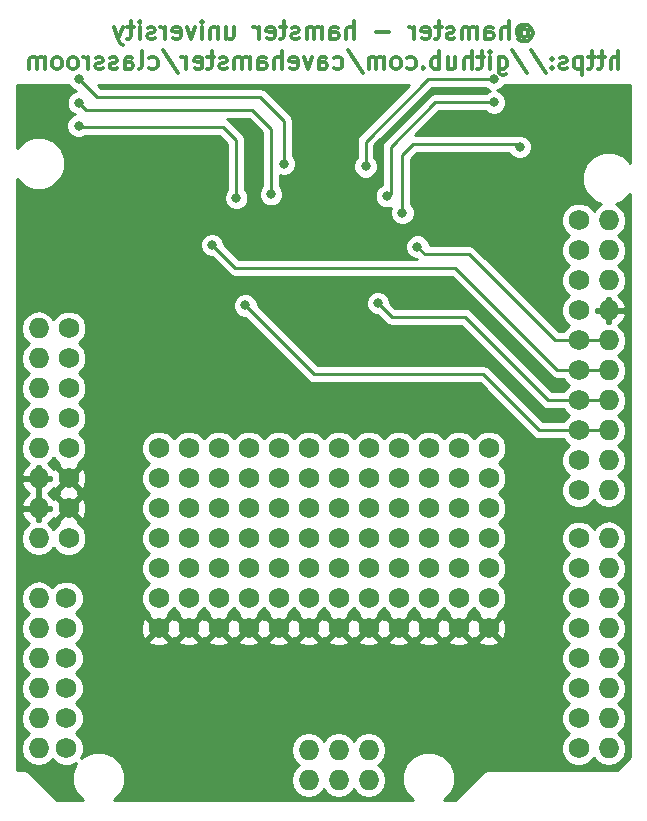
<source format=gbl>
G04 #@! TF.GenerationSoftware,KiCad,Pcbnew,(2017-12-24 revision 570866557)-makepkg*
G04 #@! TF.CreationDate,2018-02-26T21:20:21-07:00*
G04 #@! TF.ProjectId,DC801 Shield,444338303120536869656C642E6B6963,rev?*
G04 #@! TF.SameCoordinates,Original*
G04 #@! TF.FileFunction,Copper,L2,Bot,Signal*
G04 #@! TF.FilePolarity,Positive*
%FSLAX46Y46*%
G04 Gerber Fmt 4.6, Leading zero omitted, Abs format (unit mm)*
G04 Created by KiCad (PCBNEW (2017-12-24 revision 570866557)-makepkg) date 02/26/18 21:20:21*
%MOMM*%
%LPD*%
G01*
G04 APERTURE LIST*
%ADD10C,0.300000*%
%ADD11C,1.727200*%
%ADD12O,1.727200X1.727200*%
%ADD13C,0.800000*%
%ADD14C,0.250000*%
%ADD15C,0.254000*%
G04 APERTURE END LIST*
D10*
X155078571Y-69914285D02*
X155150000Y-69842857D01*
X155292857Y-69771428D01*
X155435714Y-69771428D01*
X155578571Y-69842857D01*
X155650000Y-69914285D01*
X155721428Y-70057142D01*
X155721428Y-70200000D01*
X155650000Y-70342857D01*
X155578571Y-70414285D01*
X155435714Y-70485714D01*
X155292857Y-70485714D01*
X155150000Y-70414285D01*
X155078571Y-70342857D01*
X155078571Y-69771428D02*
X155078571Y-70342857D01*
X155007142Y-70414285D01*
X154935714Y-70414285D01*
X154792857Y-70342857D01*
X154721428Y-70200000D01*
X154721428Y-69842857D01*
X154864285Y-69628571D01*
X155078571Y-69485714D01*
X155364285Y-69414285D01*
X155650000Y-69485714D01*
X155864285Y-69628571D01*
X156007142Y-69842857D01*
X156078571Y-70128571D01*
X156007142Y-70414285D01*
X155864285Y-70628571D01*
X155650000Y-70771428D01*
X155364285Y-70842857D01*
X155078571Y-70771428D01*
X154864285Y-70628571D01*
X154078571Y-70628571D02*
X154078571Y-69128571D01*
X153435714Y-70628571D02*
X153435714Y-69842857D01*
X153507142Y-69700000D01*
X153650000Y-69628571D01*
X153864285Y-69628571D01*
X154007142Y-69700000D01*
X154078571Y-69771428D01*
X152078571Y-70628571D02*
X152078571Y-69842857D01*
X152150000Y-69700000D01*
X152292857Y-69628571D01*
X152578571Y-69628571D01*
X152721428Y-69700000D01*
X152078571Y-70557142D02*
X152221428Y-70628571D01*
X152578571Y-70628571D01*
X152721428Y-70557142D01*
X152792857Y-70414285D01*
X152792857Y-70271428D01*
X152721428Y-70128571D01*
X152578571Y-70057142D01*
X152221428Y-70057142D01*
X152078571Y-69985714D01*
X151364285Y-70628571D02*
X151364285Y-69628571D01*
X151364285Y-69771428D02*
X151292857Y-69700000D01*
X151150000Y-69628571D01*
X150935714Y-69628571D01*
X150792857Y-69700000D01*
X150721428Y-69842857D01*
X150721428Y-70628571D01*
X150721428Y-69842857D02*
X150650000Y-69700000D01*
X150507142Y-69628571D01*
X150292857Y-69628571D01*
X150150000Y-69700000D01*
X150078571Y-69842857D01*
X150078571Y-70628571D01*
X149435714Y-70557142D02*
X149292857Y-70628571D01*
X149007142Y-70628571D01*
X148864285Y-70557142D01*
X148792857Y-70414285D01*
X148792857Y-70342857D01*
X148864285Y-70200000D01*
X149007142Y-70128571D01*
X149221428Y-70128571D01*
X149364285Y-70057142D01*
X149435714Y-69914285D01*
X149435714Y-69842857D01*
X149364285Y-69700000D01*
X149221428Y-69628571D01*
X149007142Y-69628571D01*
X148864285Y-69700000D01*
X148364285Y-69628571D02*
X147792857Y-69628571D01*
X148150000Y-69128571D02*
X148150000Y-70414285D01*
X148078571Y-70557142D01*
X147935714Y-70628571D01*
X147792857Y-70628571D01*
X146721428Y-70557142D02*
X146864285Y-70628571D01*
X147150000Y-70628571D01*
X147292857Y-70557142D01*
X147364285Y-70414285D01*
X147364285Y-69842857D01*
X147292857Y-69700000D01*
X147150000Y-69628571D01*
X146864285Y-69628571D01*
X146721428Y-69700000D01*
X146650000Y-69842857D01*
X146650000Y-69985714D01*
X147364285Y-70128571D01*
X146007142Y-70628571D02*
X146007142Y-69628571D01*
X146007142Y-69914285D02*
X145935714Y-69771428D01*
X145864285Y-69700000D01*
X145721428Y-69628571D01*
X145578571Y-69628571D01*
X143935714Y-70057142D02*
X142792857Y-70057142D01*
X140935714Y-70628571D02*
X140935714Y-69128571D01*
X140292857Y-70628571D02*
X140292857Y-69842857D01*
X140364285Y-69700000D01*
X140507142Y-69628571D01*
X140721428Y-69628571D01*
X140864285Y-69700000D01*
X140935714Y-69771428D01*
X138935714Y-70628571D02*
X138935714Y-69842857D01*
X139007142Y-69700000D01*
X139150000Y-69628571D01*
X139435714Y-69628571D01*
X139578571Y-69700000D01*
X138935714Y-70557142D02*
X139078571Y-70628571D01*
X139435714Y-70628571D01*
X139578571Y-70557142D01*
X139650000Y-70414285D01*
X139650000Y-70271428D01*
X139578571Y-70128571D01*
X139435714Y-70057142D01*
X139078571Y-70057142D01*
X138935714Y-69985714D01*
X138221428Y-70628571D02*
X138221428Y-69628571D01*
X138221428Y-69771428D02*
X138150000Y-69700000D01*
X138007142Y-69628571D01*
X137792857Y-69628571D01*
X137650000Y-69700000D01*
X137578571Y-69842857D01*
X137578571Y-70628571D01*
X137578571Y-69842857D02*
X137507142Y-69700000D01*
X137364285Y-69628571D01*
X137150000Y-69628571D01*
X137007142Y-69700000D01*
X136935714Y-69842857D01*
X136935714Y-70628571D01*
X136292857Y-70557142D02*
X136150000Y-70628571D01*
X135864285Y-70628571D01*
X135721428Y-70557142D01*
X135650000Y-70414285D01*
X135650000Y-70342857D01*
X135721428Y-70200000D01*
X135864285Y-70128571D01*
X136078571Y-70128571D01*
X136221428Y-70057142D01*
X136292857Y-69914285D01*
X136292857Y-69842857D01*
X136221428Y-69700000D01*
X136078571Y-69628571D01*
X135864285Y-69628571D01*
X135721428Y-69700000D01*
X135221428Y-69628571D02*
X134650000Y-69628571D01*
X135007142Y-69128571D02*
X135007142Y-70414285D01*
X134935714Y-70557142D01*
X134792857Y-70628571D01*
X134650000Y-70628571D01*
X133578571Y-70557142D02*
X133721428Y-70628571D01*
X134007142Y-70628571D01*
X134150000Y-70557142D01*
X134221428Y-70414285D01*
X134221428Y-69842857D01*
X134150000Y-69700000D01*
X134007142Y-69628571D01*
X133721428Y-69628571D01*
X133578571Y-69700000D01*
X133507142Y-69842857D01*
X133507142Y-69985714D01*
X134221428Y-70128571D01*
X132864285Y-70628571D02*
X132864285Y-69628571D01*
X132864285Y-69914285D02*
X132792857Y-69771428D01*
X132721428Y-69700000D01*
X132578571Y-69628571D01*
X132435714Y-69628571D01*
X130150000Y-69628571D02*
X130150000Y-70628571D01*
X130792857Y-69628571D02*
X130792857Y-70414285D01*
X130721428Y-70557142D01*
X130578571Y-70628571D01*
X130364285Y-70628571D01*
X130221428Y-70557142D01*
X130150000Y-70485714D01*
X129435714Y-69628571D02*
X129435714Y-70628571D01*
X129435714Y-69771428D02*
X129364285Y-69700000D01*
X129221428Y-69628571D01*
X129007142Y-69628571D01*
X128864285Y-69700000D01*
X128792857Y-69842857D01*
X128792857Y-70628571D01*
X128078571Y-70628571D02*
X128078571Y-69628571D01*
X128078571Y-69128571D02*
X128150000Y-69200000D01*
X128078571Y-69271428D01*
X128007142Y-69200000D01*
X128078571Y-69128571D01*
X128078571Y-69271428D01*
X127507142Y-69628571D02*
X127150000Y-70628571D01*
X126792857Y-69628571D01*
X125650000Y-70557142D02*
X125792857Y-70628571D01*
X126078571Y-70628571D01*
X126221428Y-70557142D01*
X126292857Y-70414285D01*
X126292857Y-69842857D01*
X126221428Y-69700000D01*
X126078571Y-69628571D01*
X125792857Y-69628571D01*
X125650000Y-69700000D01*
X125578571Y-69842857D01*
X125578571Y-69985714D01*
X126292857Y-70128571D01*
X124935714Y-70628571D02*
X124935714Y-69628571D01*
X124935714Y-69914285D02*
X124864285Y-69771428D01*
X124792857Y-69700000D01*
X124650000Y-69628571D01*
X124507142Y-69628571D01*
X124078571Y-70557142D02*
X123935714Y-70628571D01*
X123650000Y-70628571D01*
X123507142Y-70557142D01*
X123435714Y-70414285D01*
X123435714Y-70342857D01*
X123507142Y-70200000D01*
X123650000Y-70128571D01*
X123864285Y-70128571D01*
X124007142Y-70057142D01*
X124078571Y-69914285D01*
X124078571Y-69842857D01*
X124007142Y-69700000D01*
X123864285Y-69628571D01*
X123650000Y-69628571D01*
X123507142Y-69700000D01*
X122792857Y-70628571D02*
X122792857Y-69628571D01*
X122792857Y-69128571D02*
X122864285Y-69200000D01*
X122792857Y-69271428D01*
X122721428Y-69200000D01*
X122792857Y-69128571D01*
X122792857Y-69271428D01*
X122292857Y-69628571D02*
X121721428Y-69628571D01*
X122078571Y-69128571D02*
X122078571Y-70414285D01*
X122007142Y-70557142D01*
X121864285Y-70628571D01*
X121721428Y-70628571D01*
X121364285Y-69628571D02*
X121007142Y-70628571D01*
X120650000Y-69628571D02*
X121007142Y-70628571D01*
X121150000Y-70985714D01*
X121221428Y-71057142D01*
X121364285Y-71128571D01*
X163328571Y-73178571D02*
X163328571Y-71678571D01*
X162685714Y-73178571D02*
X162685714Y-72392857D01*
X162757142Y-72250000D01*
X162900000Y-72178571D01*
X163114285Y-72178571D01*
X163257142Y-72250000D01*
X163328571Y-72321428D01*
X162185714Y-72178571D02*
X161614285Y-72178571D01*
X161971428Y-71678571D02*
X161971428Y-72964285D01*
X161900000Y-73107142D01*
X161757142Y-73178571D01*
X161614285Y-73178571D01*
X161328571Y-72178571D02*
X160757142Y-72178571D01*
X161114285Y-71678571D02*
X161114285Y-72964285D01*
X161042857Y-73107142D01*
X160900000Y-73178571D01*
X160757142Y-73178571D01*
X160257142Y-72178571D02*
X160257142Y-73678571D01*
X160257142Y-72250000D02*
X160114285Y-72178571D01*
X159828571Y-72178571D01*
X159685714Y-72250000D01*
X159614285Y-72321428D01*
X159542857Y-72464285D01*
X159542857Y-72892857D01*
X159614285Y-73035714D01*
X159685714Y-73107142D01*
X159828571Y-73178571D01*
X160114285Y-73178571D01*
X160257142Y-73107142D01*
X158971428Y-73107142D02*
X158828571Y-73178571D01*
X158542857Y-73178571D01*
X158400000Y-73107142D01*
X158328571Y-72964285D01*
X158328571Y-72892857D01*
X158400000Y-72750000D01*
X158542857Y-72678571D01*
X158757142Y-72678571D01*
X158900000Y-72607142D01*
X158971428Y-72464285D01*
X158971428Y-72392857D01*
X158900000Y-72250000D01*
X158757142Y-72178571D01*
X158542857Y-72178571D01*
X158400000Y-72250000D01*
X157685714Y-73035714D02*
X157614285Y-73107142D01*
X157685714Y-73178571D01*
X157757142Y-73107142D01*
X157685714Y-73035714D01*
X157685714Y-73178571D01*
X157685714Y-72250000D02*
X157614285Y-72321428D01*
X157685714Y-72392857D01*
X157757142Y-72321428D01*
X157685714Y-72250000D01*
X157685714Y-72392857D01*
X155900000Y-71607142D02*
X157185714Y-73535714D01*
X154328571Y-71607142D02*
X155614285Y-73535714D01*
X153185714Y-72178571D02*
X153185714Y-73392857D01*
X153257142Y-73535714D01*
X153328571Y-73607142D01*
X153471428Y-73678571D01*
X153685714Y-73678571D01*
X153828571Y-73607142D01*
X153185714Y-73107142D02*
X153328571Y-73178571D01*
X153614285Y-73178571D01*
X153757142Y-73107142D01*
X153828571Y-73035714D01*
X153900000Y-72892857D01*
X153900000Y-72464285D01*
X153828571Y-72321428D01*
X153757142Y-72250000D01*
X153614285Y-72178571D01*
X153328571Y-72178571D01*
X153185714Y-72250000D01*
X152471428Y-73178571D02*
X152471428Y-72178571D01*
X152471428Y-71678571D02*
X152542857Y-71750000D01*
X152471428Y-71821428D01*
X152400000Y-71750000D01*
X152471428Y-71678571D01*
X152471428Y-71821428D01*
X151971428Y-72178571D02*
X151400000Y-72178571D01*
X151757142Y-71678571D02*
X151757142Y-72964285D01*
X151685714Y-73107142D01*
X151542857Y-73178571D01*
X151400000Y-73178571D01*
X150900000Y-73178571D02*
X150900000Y-71678571D01*
X150257142Y-73178571D02*
X150257142Y-72392857D01*
X150328571Y-72250000D01*
X150471428Y-72178571D01*
X150685714Y-72178571D01*
X150828571Y-72250000D01*
X150900000Y-72321428D01*
X148900000Y-72178571D02*
X148900000Y-73178571D01*
X149542857Y-72178571D02*
X149542857Y-72964285D01*
X149471428Y-73107142D01*
X149328571Y-73178571D01*
X149114285Y-73178571D01*
X148971428Y-73107142D01*
X148900000Y-73035714D01*
X148185714Y-73178571D02*
X148185714Y-71678571D01*
X148185714Y-72250000D02*
X148042857Y-72178571D01*
X147757142Y-72178571D01*
X147614285Y-72250000D01*
X147542857Y-72321428D01*
X147471428Y-72464285D01*
X147471428Y-72892857D01*
X147542857Y-73035714D01*
X147614285Y-73107142D01*
X147757142Y-73178571D01*
X148042857Y-73178571D01*
X148185714Y-73107142D01*
X146828571Y-73035714D02*
X146757142Y-73107142D01*
X146828571Y-73178571D01*
X146900000Y-73107142D01*
X146828571Y-73035714D01*
X146828571Y-73178571D01*
X145471428Y-73107142D02*
X145614285Y-73178571D01*
X145900000Y-73178571D01*
X146042857Y-73107142D01*
X146114285Y-73035714D01*
X146185714Y-72892857D01*
X146185714Y-72464285D01*
X146114285Y-72321428D01*
X146042857Y-72250000D01*
X145900000Y-72178571D01*
X145614285Y-72178571D01*
X145471428Y-72250000D01*
X144614285Y-73178571D02*
X144757142Y-73107142D01*
X144828571Y-73035714D01*
X144900000Y-72892857D01*
X144900000Y-72464285D01*
X144828571Y-72321428D01*
X144757142Y-72250000D01*
X144614285Y-72178571D01*
X144400000Y-72178571D01*
X144257142Y-72250000D01*
X144185714Y-72321428D01*
X144114285Y-72464285D01*
X144114285Y-72892857D01*
X144185714Y-73035714D01*
X144257142Y-73107142D01*
X144400000Y-73178571D01*
X144614285Y-73178571D01*
X143471428Y-73178571D02*
X143471428Y-72178571D01*
X143471428Y-72321428D02*
X143400000Y-72250000D01*
X143257142Y-72178571D01*
X143042857Y-72178571D01*
X142900000Y-72250000D01*
X142828571Y-72392857D01*
X142828571Y-73178571D01*
X142828571Y-72392857D02*
X142757142Y-72250000D01*
X142614285Y-72178571D01*
X142400000Y-72178571D01*
X142257142Y-72250000D01*
X142185714Y-72392857D01*
X142185714Y-73178571D01*
X140400000Y-71607142D02*
X141685714Y-73535714D01*
X139257142Y-73107142D02*
X139400000Y-73178571D01*
X139685714Y-73178571D01*
X139828571Y-73107142D01*
X139900000Y-73035714D01*
X139971428Y-72892857D01*
X139971428Y-72464285D01*
X139900000Y-72321428D01*
X139828571Y-72250000D01*
X139685714Y-72178571D01*
X139400000Y-72178571D01*
X139257142Y-72250000D01*
X137971428Y-73178571D02*
X137971428Y-72392857D01*
X138042857Y-72250000D01*
X138185714Y-72178571D01*
X138471428Y-72178571D01*
X138614285Y-72250000D01*
X137971428Y-73107142D02*
X138114285Y-73178571D01*
X138471428Y-73178571D01*
X138614285Y-73107142D01*
X138685714Y-72964285D01*
X138685714Y-72821428D01*
X138614285Y-72678571D01*
X138471428Y-72607142D01*
X138114285Y-72607142D01*
X137971428Y-72535714D01*
X137400000Y-72178571D02*
X137042857Y-73178571D01*
X136685714Y-72178571D01*
X135542857Y-73107142D02*
X135685714Y-73178571D01*
X135971428Y-73178571D01*
X136114285Y-73107142D01*
X136185714Y-72964285D01*
X136185714Y-72392857D01*
X136114285Y-72250000D01*
X135971428Y-72178571D01*
X135685714Y-72178571D01*
X135542857Y-72250000D01*
X135471428Y-72392857D01*
X135471428Y-72535714D01*
X136185714Y-72678571D01*
X134828571Y-73178571D02*
X134828571Y-71678571D01*
X134185714Y-73178571D02*
X134185714Y-72392857D01*
X134257142Y-72250000D01*
X134400000Y-72178571D01*
X134614285Y-72178571D01*
X134757142Y-72250000D01*
X134828571Y-72321428D01*
X132828571Y-73178571D02*
X132828571Y-72392857D01*
X132899999Y-72250000D01*
X133042857Y-72178571D01*
X133328571Y-72178571D01*
X133471428Y-72250000D01*
X132828571Y-73107142D02*
X132971428Y-73178571D01*
X133328571Y-73178571D01*
X133471428Y-73107142D01*
X133542857Y-72964285D01*
X133542857Y-72821428D01*
X133471428Y-72678571D01*
X133328571Y-72607142D01*
X132971428Y-72607142D01*
X132828571Y-72535714D01*
X132114285Y-73178571D02*
X132114285Y-72178571D01*
X132114285Y-72321428D02*
X132042857Y-72250000D01*
X131899999Y-72178571D01*
X131685714Y-72178571D01*
X131542857Y-72250000D01*
X131471428Y-72392857D01*
X131471428Y-73178571D01*
X131471428Y-72392857D02*
X131399999Y-72250000D01*
X131257142Y-72178571D01*
X131042857Y-72178571D01*
X130899999Y-72250000D01*
X130828571Y-72392857D01*
X130828571Y-73178571D01*
X130185714Y-73107142D02*
X130042857Y-73178571D01*
X129757142Y-73178571D01*
X129614285Y-73107142D01*
X129542857Y-72964285D01*
X129542857Y-72892857D01*
X129614285Y-72750000D01*
X129757142Y-72678571D01*
X129971428Y-72678571D01*
X130114285Y-72607142D01*
X130185714Y-72464285D01*
X130185714Y-72392857D01*
X130114285Y-72250000D01*
X129971428Y-72178571D01*
X129757142Y-72178571D01*
X129614285Y-72250000D01*
X129114285Y-72178571D02*
X128542857Y-72178571D01*
X128899999Y-71678571D02*
X128899999Y-72964285D01*
X128828571Y-73107142D01*
X128685714Y-73178571D01*
X128542857Y-73178571D01*
X127471428Y-73107142D02*
X127614285Y-73178571D01*
X127899999Y-73178571D01*
X128042857Y-73107142D01*
X128114285Y-72964285D01*
X128114285Y-72392857D01*
X128042857Y-72250000D01*
X127899999Y-72178571D01*
X127614285Y-72178571D01*
X127471428Y-72250000D01*
X127399999Y-72392857D01*
X127399999Y-72535714D01*
X128114285Y-72678571D01*
X126757142Y-73178571D02*
X126757142Y-72178571D01*
X126757142Y-72464285D02*
X126685714Y-72321428D01*
X126614285Y-72250000D01*
X126471428Y-72178571D01*
X126328571Y-72178571D01*
X124757142Y-71607142D02*
X126042857Y-73535714D01*
X123614285Y-73107142D02*
X123757142Y-73178571D01*
X124042857Y-73178571D01*
X124185714Y-73107142D01*
X124257142Y-73035714D01*
X124328571Y-72892857D01*
X124328571Y-72464285D01*
X124257142Y-72321428D01*
X124185714Y-72250000D01*
X124042857Y-72178571D01*
X123757142Y-72178571D01*
X123614285Y-72250000D01*
X122757142Y-73178571D02*
X122899999Y-73107142D01*
X122971428Y-72964285D01*
X122971428Y-71678571D01*
X121542857Y-73178571D02*
X121542857Y-72392857D01*
X121614285Y-72250000D01*
X121757142Y-72178571D01*
X122042857Y-72178571D01*
X122185714Y-72250000D01*
X121542857Y-73107142D02*
X121685714Y-73178571D01*
X122042857Y-73178571D01*
X122185714Y-73107142D01*
X122257142Y-72964285D01*
X122257142Y-72821428D01*
X122185714Y-72678571D01*
X122042857Y-72607142D01*
X121685714Y-72607142D01*
X121542857Y-72535714D01*
X120899999Y-73107142D02*
X120757142Y-73178571D01*
X120471428Y-73178571D01*
X120328571Y-73107142D01*
X120257142Y-72964285D01*
X120257142Y-72892857D01*
X120328571Y-72750000D01*
X120471428Y-72678571D01*
X120685714Y-72678571D01*
X120828571Y-72607142D01*
X120899999Y-72464285D01*
X120899999Y-72392857D01*
X120828571Y-72250000D01*
X120685714Y-72178571D01*
X120471428Y-72178571D01*
X120328571Y-72250000D01*
X119685714Y-73107142D02*
X119542857Y-73178571D01*
X119257142Y-73178571D01*
X119114285Y-73107142D01*
X119042857Y-72964285D01*
X119042857Y-72892857D01*
X119114285Y-72750000D01*
X119257142Y-72678571D01*
X119471428Y-72678571D01*
X119614285Y-72607142D01*
X119685714Y-72464285D01*
X119685714Y-72392857D01*
X119614285Y-72250000D01*
X119471428Y-72178571D01*
X119257142Y-72178571D01*
X119114285Y-72250000D01*
X118399999Y-73178571D02*
X118399999Y-72178571D01*
X118399999Y-72464285D02*
X118328571Y-72321428D01*
X118257142Y-72250000D01*
X118114285Y-72178571D01*
X117971428Y-72178571D01*
X117257142Y-73178571D02*
X117399999Y-73107142D01*
X117471428Y-73035714D01*
X117542857Y-72892857D01*
X117542857Y-72464285D01*
X117471428Y-72321428D01*
X117399999Y-72250000D01*
X117257142Y-72178571D01*
X117042857Y-72178571D01*
X116899999Y-72250000D01*
X116828571Y-72321428D01*
X116757142Y-72464285D01*
X116757142Y-72892857D01*
X116828571Y-73035714D01*
X116899999Y-73107142D01*
X117042857Y-73178571D01*
X117257142Y-73178571D01*
X115899999Y-73178571D02*
X116042857Y-73107142D01*
X116114285Y-73035714D01*
X116185714Y-72892857D01*
X116185714Y-72464285D01*
X116114285Y-72321428D01*
X116042857Y-72250000D01*
X115899999Y-72178571D01*
X115685714Y-72178571D01*
X115542857Y-72250000D01*
X115471428Y-72321428D01*
X115399999Y-72464285D01*
X115399999Y-72892857D01*
X115471428Y-73035714D01*
X115542857Y-73107142D01*
X115685714Y-73178571D01*
X115899999Y-73178571D01*
X114757142Y-73178571D02*
X114757142Y-72178571D01*
X114757142Y-72321428D02*
X114685714Y-72250000D01*
X114542857Y-72178571D01*
X114328571Y-72178571D01*
X114185714Y-72250000D01*
X114114285Y-72392857D01*
X114114285Y-73178571D01*
X114114285Y-72392857D02*
X114042857Y-72250000D01*
X113899999Y-72178571D01*
X113685714Y-72178571D01*
X113542857Y-72250000D01*
X113471428Y-72392857D01*
X113471428Y-73178571D01*
D11*
X152340000Y-120540000D03*
X149800000Y-120540000D03*
X147260000Y-120540000D03*
X144720000Y-120540000D03*
X142180000Y-120540000D03*
X139640000Y-120540000D03*
X137100000Y-120540000D03*
X134560000Y-120540000D03*
X132020000Y-120540000D03*
X129480000Y-120540000D03*
X126940000Y-120540000D03*
X152340000Y-105300000D03*
X149800000Y-105300000D03*
X147260000Y-105300000D03*
X144720000Y-105300000D03*
X142180000Y-105300000D03*
X139640000Y-105300000D03*
X137100000Y-105300000D03*
X134560000Y-105300000D03*
X132020000Y-105300000D03*
X129480000Y-105300000D03*
X126940000Y-105300000D03*
X124400000Y-120540000D03*
X152340000Y-118000000D03*
X149800000Y-118000000D03*
X147260000Y-118000000D03*
X144720000Y-118000000D03*
X142180000Y-118000000D03*
X139640000Y-118000000D03*
X137100000Y-118000000D03*
X134560000Y-118000000D03*
X132020000Y-118000000D03*
X129480000Y-118000000D03*
X126940000Y-118000000D03*
X124400000Y-118000000D03*
X152340000Y-115460000D03*
X149800000Y-115460000D03*
X147260000Y-115460000D03*
X144720000Y-115460000D03*
X142180000Y-115460000D03*
X139640000Y-115460000D03*
X137100000Y-115460000D03*
X134560000Y-115460000D03*
X132020000Y-115460000D03*
X129480000Y-115460000D03*
X126940000Y-115460000D03*
X124400000Y-115460000D03*
X152340000Y-112920000D03*
X149800000Y-112920000D03*
X147260000Y-112920000D03*
X144720000Y-112920000D03*
X142180000Y-112920000D03*
X139640000Y-112920000D03*
X137100000Y-112920000D03*
X134560000Y-112920000D03*
X132020000Y-112920000D03*
X129480000Y-112920000D03*
X126940000Y-112920000D03*
X124400000Y-112920000D03*
X152340000Y-110380000D03*
X149800000Y-110380000D03*
X147260000Y-110380000D03*
X144720000Y-110380000D03*
X142180000Y-110380000D03*
X139640000Y-110380000D03*
X137100000Y-110380000D03*
X134560000Y-110380000D03*
X132020000Y-110380000D03*
X129480000Y-110380000D03*
X126940000Y-110380000D03*
X124400000Y-110380000D03*
X152340000Y-107840000D03*
X149800000Y-107840000D03*
X147260000Y-107840000D03*
X144720000Y-107840000D03*
X142180000Y-107840000D03*
X139640000Y-107840000D03*
X137100000Y-107840000D03*
X134560000Y-107840000D03*
X132020000Y-107840000D03*
X129480000Y-107840000D03*
X126940000Y-107840000D03*
X124400000Y-107840000D03*
X124400000Y-105300000D03*
X159960000Y-130700000D03*
X159960000Y-128160000D03*
X159960000Y-125620000D03*
X159960000Y-123080000D03*
X159960000Y-120540000D03*
X159960000Y-118000000D03*
X159960000Y-115460000D03*
X159960000Y-112920000D03*
X159960000Y-108856000D03*
X159960000Y-106316000D03*
X159960000Y-103776000D03*
X159960000Y-101236000D03*
X159960000Y-98696000D03*
X159960000Y-96156000D03*
X159960000Y-93616000D03*
X159960000Y-91076000D03*
X159960000Y-88536000D03*
X159960000Y-85996000D03*
X116580000Y-130700000D03*
X116580000Y-128160000D03*
X116580000Y-125620000D03*
X116580000Y-123080000D03*
X116580000Y-120540000D03*
X116580000Y-118000000D03*
X116780000Y-112920000D03*
X116780000Y-110380000D03*
X116780000Y-107840000D03*
X116780000Y-105300000D03*
X116780000Y-102760000D03*
X116780000Y-100220000D03*
X116780000Y-97680000D03*
D12*
X137100000Y-130827000D03*
X137100000Y-133367000D03*
X139640000Y-133367000D03*
X139640000Y-130827000D03*
X142180000Y-133367000D03*
X114240000Y-118000000D03*
X114240000Y-112920000D03*
X114240000Y-110380000D03*
X114240000Y-107840000D03*
X114240000Y-105300000D03*
X114240000Y-102760000D03*
X114240000Y-100220000D03*
X114240000Y-97680000D03*
X162500000Y-130700000D03*
X162500000Y-128160000D03*
X162500000Y-125620000D03*
X162500000Y-123080000D03*
X162500000Y-120540000D03*
X162500000Y-118000000D03*
X162500000Y-115460000D03*
X162500000Y-112920000D03*
X162500000Y-93616000D03*
X162500000Y-108856000D03*
X162500000Y-106316000D03*
X162500000Y-103776000D03*
X162500000Y-85996000D03*
X162500000Y-88536000D03*
X162500000Y-91076000D03*
X162500000Y-96156000D03*
X162500000Y-98696000D03*
X162500000Y-101236000D03*
X114240000Y-95140000D03*
X114240000Y-120540000D03*
X114240000Y-123080000D03*
X114240000Y-125620000D03*
X114240000Y-128160000D03*
X114240000Y-130700000D03*
X142180000Y-130827000D03*
D11*
X116780000Y-95140000D03*
D13*
X130975000Y-84100000D03*
X117625000Y-77975000D03*
X133925000Y-83775000D03*
X117650000Y-76025000D03*
X135025000Y-81200000D03*
X117675000Y-74025000D03*
X141925000Y-81425000D03*
X152775000Y-74000000D03*
X143725000Y-83950000D03*
X152800000Y-76000000D03*
X145050000Y-85350000D03*
X154975000Y-79775000D03*
X154925000Y-126525000D03*
X133225000Y-126475000D03*
X131750000Y-93200000D03*
X142975000Y-93000000D03*
X128925000Y-88075000D03*
X146325000Y-88225000D03*
D14*
X130975000Y-79200000D02*
X130975000Y-84100000D01*
X129850000Y-78075000D02*
X130975000Y-79200000D01*
X117725000Y-78075000D02*
X129850000Y-78075000D01*
X117625000Y-77975000D02*
X117725000Y-78075000D01*
X133925000Y-78225000D02*
X133925000Y-83775000D01*
X132350000Y-76650000D02*
X133925000Y-78225000D01*
X118275000Y-76650000D02*
X132350000Y-76650000D01*
X117650000Y-76025000D02*
X118275000Y-76650000D01*
X135025000Y-77550000D02*
X135025000Y-81200000D01*
X133025000Y-75550000D02*
X135025000Y-77550000D01*
X119200000Y-75550000D02*
X133025000Y-75550000D01*
X117675000Y-74025000D02*
X119200000Y-75550000D01*
X141925000Y-79325000D02*
X141925000Y-81425000D01*
X147250000Y-74000000D02*
X141925000Y-79325000D01*
X152775000Y-74000000D02*
X147250000Y-74000000D01*
X143825000Y-83950000D02*
X143725000Y-83950000D01*
X144050000Y-83725000D02*
X143825000Y-83950000D01*
X144050000Y-79800000D02*
X144050000Y-83725000D01*
X147850000Y-76000000D02*
X144050000Y-79800000D01*
X152800000Y-76000000D02*
X147850000Y-76000000D01*
X145050000Y-80450000D02*
X145050000Y-85350000D01*
X145950000Y-79550000D02*
X145050000Y-80450000D01*
X154750000Y-79550000D02*
X145950000Y-79550000D01*
X154975000Y-79775000D02*
X154750000Y-79550000D01*
X151900000Y-99025000D02*
X156651000Y-103776000D01*
X156651000Y-103776000D02*
X162500000Y-103776000D01*
X137575000Y-99025000D02*
X151900000Y-99025000D01*
X131750000Y-93200000D02*
X137575000Y-99025000D01*
X150325000Y-94150000D02*
X157411000Y-101236000D01*
X157411000Y-101236000D02*
X162500000Y-101236000D01*
X144125000Y-94150000D02*
X150325000Y-94150000D01*
X142975000Y-93000000D02*
X144125000Y-94150000D01*
X149525000Y-90025000D02*
X130875000Y-90025000D01*
X158150000Y-98650000D02*
X162454000Y-98650000D01*
X162454000Y-98650000D02*
X162500000Y-98696000D01*
X149525000Y-90025000D02*
X158150000Y-98650000D01*
X128925000Y-88075000D02*
X130875000Y-90025000D01*
X146975000Y-88875000D02*
X150675000Y-88875000D01*
X146325000Y-88225000D02*
X146975000Y-88875000D01*
X150675000Y-88875000D02*
X157956000Y-96156000D01*
X157956000Y-96156000D02*
X162500000Y-96156000D01*
D15*
G36*
X116797058Y-74610515D02*
X117087954Y-74901919D01*
X117372158Y-75019931D01*
X117064485Y-75147058D01*
X116773081Y-75437954D01*
X116615180Y-75818223D01*
X116614821Y-76229971D01*
X116772058Y-76610515D01*
X117062954Y-76901919D01*
X117286803Y-76994869D01*
X117039485Y-77097058D01*
X116748081Y-77387954D01*
X116590180Y-77768223D01*
X116589821Y-78179971D01*
X116747058Y-78560515D01*
X117037954Y-78851919D01*
X117418223Y-79009820D01*
X117829971Y-79010179D01*
X118210515Y-78852942D01*
X118228488Y-78835000D01*
X129535198Y-78835000D01*
X130215000Y-79514802D01*
X130215000Y-83396239D01*
X130098081Y-83512954D01*
X129940180Y-83893223D01*
X129939821Y-84304971D01*
X130097058Y-84685515D01*
X130387954Y-84976919D01*
X130768223Y-85134820D01*
X131179971Y-85135179D01*
X131560515Y-84977942D01*
X131851919Y-84687046D01*
X132009820Y-84306777D01*
X132010179Y-83895029D01*
X131852942Y-83514485D01*
X131735000Y-83396337D01*
X131735000Y-79200000D01*
X131697171Y-79009820D01*
X131677148Y-78909160D01*
X131512401Y-78662599D01*
X130387401Y-77537599D01*
X130196435Y-77410000D01*
X132035198Y-77410000D01*
X133165000Y-78539802D01*
X133165000Y-83071239D01*
X133048081Y-83187954D01*
X132890180Y-83568223D01*
X132889821Y-83979971D01*
X133047058Y-84360515D01*
X133337954Y-84651919D01*
X133718223Y-84809820D01*
X134129971Y-84810179D01*
X134510515Y-84652942D01*
X134801919Y-84362046D01*
X134959820Y-83981777D01*
X134960179Y-83570029D01*
X134802942Y-83189485D01*
X134685000Y-83071337D01*
X134685000Y-82179501D01*
X134818223Y-82234820D01*
X135229971Y-82235179D01*
X135610515Y-82077942D01*
X135901919Y-81787046D01*
X136059820Y-81406777D01*
X136060179Y-80995029D01*
X135902942Y-80614485D01*
X135785000Y-80496337D01*
X135785000Y-77550000D01*
X135727148Y-77259161D01*
X135562401Y-77012599D01*
X133562401Y-75012599D01*
X133315839Y-74847852D01*
X133025000Y-74790000D01*
X119514802Y-74790000D01*
X119254802Y-74530000D01*
X145645198Y-74530000D01*
X141387599Y-78787599D01*
X141222852Y-79034161D01*
X141165000Y-79325000D01*
X141165000Y-80721239D01*
X141048081Y-80837954D01*
X140890180Y-81218223D01*
X140889821Y-81629971D01*
X141047058Y-82010515D01*
X141337954Y-82301919D01*
X141718223Y-82459820D01*
X142129971Y-82460179D01*
X142510515Y-82302942D01*
X142801919Y-82012046D01*
X142959820Y-81631777D01*
X142960179Y-81220029D01*
X142802942Y-80839485D01*
X142685000Y-80721337D01*
X142685000Y-79639802D01*
X147564802Y-74760000D01*
X152071239Y-74760000D01*
X152187954Y-74876919D01*
X152497096Y-75005286D01*
X152214485Y-75122058D01*
X152096337Y-75240000D01*
X147850000Y-75240000D01*
X147559161Y-75297852D01*
X147312599Y-75462599D01*
X143512599Y-79262599D01*
X143347852Y-79509161D01*
X143290000Y-79800000D01*
X143290000Y-83009867D01*
X143139485Y-83072058D01*
X142848081Y-83362954D01*
X142690180Y-83743223D01*
X142689821Y-84154971D01*
X142847058Y-84535515D01*
X143137954Y-84826919D01*
X143518223Y-84984820D01*
X143929971Y-84985179D01*
X144112044Y-84909948D01*
X144015180Y-85143223D01*
X144014821Y-85554971D01*
X144172058Y-85935515D01*
X144462954Y-86226919D01*
X144843223Y-86384820D01*
X145254971Y-86385179D01*
X145635515Y-86227942D01*
X145926919Y-85937046D01*
X146084820Y-85556777D01*
X146085179Y-85145029D01*
X145927942Y-84764485D01*
X145810000Y-84646337D01*
X145810000Y-80764802D01*
X146264802Y-80310000D01*
X154076186Y-80310000D01*
X154097058Y-80360515D01*
X154387954Y-80651919D01*
X154768223Y-80809820D01*
X155179971Y-80810179D01*
X155560515Y-80652942D01*
X155851919Y-80362046D01*
X156009820Y-79981777D01*
X156010179Y-79570029D01*
X155852942Y-79189485D01*
X155562046Y-78898081D01*
X155181777Y-78740180D01*
X154770029Y-78739821D01*
X154648586Y-78790000D01*
X146134802Y-78790000D01*
X148164802Y-76760000D01*
X152096239Y-76760000D01*
X152212954Y-76876919D01*
X152593223Y-77034820D01*
X153004971Y-77035179D01*
X153385515Y-76877942D01*
X153676919Y-76587046D01*
X153834820Y-76206777D01*
X153835179Y-75795029D01*
X153677942Y-75414485D01*
X153387046Y-75123081D01*
X153077904Y-74994714D01*
X153360515Y-74877942D01*
X153651919Y-74587046D01*
X153675606Y-74530000D01*
X164340000Y-74530000D01*
X164340000Y-81119685D01*
X163767679Y-80546364D01*
X162946519Y-80205389D01*
X162057381Y-80204613D01*
X161235628Y-80544155D01*
X160606364Y-81172321D01*
X160265389Y-81993481D01*
X160264613Y-82882619D01*
X160604155Y-83704372D01*
X161232321Y-84333636D01*
X161889800Y-84606645D01*
X161440330Y-84906971D01*
X161249510Y-85192553D01*
X161231192Y-85148220D01*
X160809997Y-84726290D01*
X160259398Y-84497661D01*
X159663218Y-84497141D01*
X159112220Y-84724808D01*
X158690290Y-85146003D01*
X158461661Y-85696602D01*
X158461141Y-86292782D01*
X158688808Y-86843780D01*
X159110003Y-87265710D01*
X159110931Y-87266095D01*
X158690290Y-87686003D01*
X158461661Y-88236602D01*
X158461141Y-88832782D01*
X158688808Y-89383780D01*
X159110003Y-89805710D01*
X159110931Y-89806095D01*
X158690290Y-90226003D01*
X158461661Y-90776602D01*
X158461141Y-91372782D01*
X158688808Y-91923780D01*
X159110003Y-92345710D01*
X159110931Y-92346095D01*
X158690290Y-92766003D01*
X158461661Y-93316602D01*
X158461141Y-93912782D01*
X158688808Y-94463780D01*
X159110003Y-94885710D01*
X159110931Y-94886095D01*
X158690290Y-95306003D01*
X158652920Y-95396000D01*
X158270802Y-95396000D01*
X151212401Y-88337599D01*
X150965839Y-88172852D01*
X150675000Y-88115000D01*
X147360096Y-88115000D01*
X147360179Y-88020029D01*
X147202942Y-87639485D01*
X146912046Y-87348081D01*
X146531777Y-87190180D01*
X146120029Y-87189821D01*
X145739485Y-87347058D01*
X145448081Y-87637954D01*
X145290180Y-88018223D01*
X145289821Y-88429971D01*
X145447058Y-88810515D01*
X145737954Y-89101919D01*
X146118223Y-89259820D01*
X146285164Y-89259966D01*
X146290198Y-89265000D01*
X131189802Y-89265000D01*
X129960035Y-88035233D01*
X129960179Y-87870029D01*
X129802942Y-87489485D01*
X129512046Y-87198081D01*
X129131777Y-87040180D01*
X128720029Y-87039821D01*
X128339485Y-87197058D01*
X128048081Y-87487954D01*
X127890180Y-87868223D01*
X127889821Y-88279971D01*
X128047058Y-88660515D01*
X128337954Y-88951919D01*
X128718223Y-89109820D01*
X128885164Y-89109966D01*
X130337599Y-90562401D01*
X130584160Y-90727148D01*
X130632414Y-90736746D01*
X130875000Y-90785000D01*
X149210198Y-90785000D01*
X157612599Y-99187401D01*
X157859161Y-99352148D01*
X158150000Y-99410000D01*
X158633531Y-99410000D01*
X158688808Y-99543780D01*
X159110003Y-99965710D01*
X159110931Y-99966095D01*
X158690290Y-100386003D01*
X158652920Y-100476000D01*
X157725802Y-100476000D01*
X150862401Y-93612599D01*
X150615839Y-93447852D01*
X150325000Y-93390000D01*
X144439802Y-93390000D01*
X144010035Y-92960233D01*
X144010179Y-92795029D01*
X143852942Y-92414485D01*
X143562046Y-92123081D01*
X143181777Y-91965180D01*
X142770029Y-91964821D01*
X142389485Y-92122058D01*
X142098081Y-92412954D01*
X141940180Y-92793223D01*
X141939821Y-93204971D01*
X142097058Y-93585515D01*
X142387954Y-93876919D01*
X142768223Y-94034820D01*
X142935164Y-94034966D01*
X143587599Y-94687401D01*
X143834161Y-94852148D01*
X144125000Y-94910000D01*
X150010198Y-94910000D01*
X156873599Y-101773401D01*
X157120160Y-101938148D01*
X157411000Y-101996000D01*
X158652538Y-101996000D01*
X158688808Y-102083780D01*
X159110003Y-102505710D01*
X159110931Y-102506095D01*
X158690290Y-102926003D01*
X158652920Y-103016000D01*
X156965802Y-103016000D01*
X152437401Y-98487599D01*
X152190839Y-98322852D01*
X151900000Y-98265000D01*
X137889802Y-98265000D01*
X132785035Y-93160233D01*
X132785179Y-92995029D01*
X132627942Y-92614485D01*
X132337046Y-92323081D01*
X131956777Y-92165180D01*
X131545029Y-92164821D01*
X131164485Y-92322058D01*
X130873081Y-92612954D01*
X130715180Y-92993223D01*
X130714821Y-93404971D01*
X130872058Y-93785515D01*
X131162954Y-94076919D01*
X131543223Y-94234820D01*
X131710164Y-94234966D01*
X137037599Y-99562401D01*
X137284161Y-99727148D01*
X137575000Y-99785000D01*
X151585198Y-99785000D01*
X156113599Y-104313401D01*
X156360161Y-104478148D01*
X156651000Y-104536000D01*
X158652538Y-104536000D01*
X158688808Y-104623780D01*
X159110003Y-105045710D01*
X159110931Y-105046095D01*
X158690290Y-105466003D01*
X158461661Y-106016602D01*
X158461141Y-106612782D01*
X158688808Y-107163780D01*
X159110003Y-107585710D01*
X159110931Y-107586095D01*
X158690290Y-108006003D01*
X158461661Y-108556602D01*
X158461141Y-109152782D01*
X158688808Y-109703780D01*
X159110003Y-110125710D01*
X159660602Y-110354339D01*
X160256782Y-110354859D01*
X160807780Y-110127192D01*
X161229710Y-109705997D01*
X161249220Y-109659012D01*
X161440330Y-109945029D01*
X161926511Y-110269885D01*
X162500000Y-110383959D01*
X163073489Y-110269885D01*
X163559670Y-109945029D01*
X163884526Y-109458848D01*
X163998600Y-108885359D01*
X163998600Y-108826641D01*
X163884526Y-108253152D01*
X163559670Y-107766971D01*
X163288828Y-107586000D01*
X163559670Y-107405029D01*
X163884526Y-106918848D01*
X163998600Y-106345359D01*
X163998600Y-106286641D01*
X163884526Y-105713152D01*
X163559670Y-105226971D01*
X163288828Y-105046000D01*
X163559670Y-104865029D01*
X163884526Y-104378848D01*
X163998600Y-103805359D01*
X163998600Y-103746641D01*
X163884526Y-103173152D01*
X163559670Y-102686971D01*
X163288828Y-102506000D01*
X163559670Y-102325029D01*
X163884526Y-101838848D01*
X163998600Y-101265359D01*
X163998600Y-101206641D01*
X163884526Y-100633152D01*
X163559670Y-100146971D01*
X163288828Y-99966000D01*
X163559670Y-99785029D01*
X163884526Y-99298848D01*
X163998600Y-98725359D01*
X163998600Y-98666641D01*
X163884526Y-98093152D01*
X163559670Y-97606971D01*
X163288828Y-97426000D01*
X163559670Y-97245029D01*
X163884526Y-96758848D01*
X163998600Y-96185359D01*
X163998600Y-96126641D01*
X163884526Y-95553152D01*
X163559670Y-95066971D01*
X163288839Y-94886008D01*
X163706821Y-94504490D01*
X163954968Y-93975027D01*
X163834469Y-93743000D01*
X162627000Y-93743000D01*
X162627000Y-94653303D01*
X162500000Y-94628041D01*
X162373000Y-94653303D01*
X162373000Y-93743000D01*
X161458489Y-93743000D01*
X161458711Y-93489000D01*
X162373000Y-93489000D01*
X162373000Y-92578697D01*
X162500000Y-92603959D01*
X162627000Y-92578697D01*
X162627000Y-93489000D01*
X163834469Y-93489000D01*
X163954968Y-93256973D01*
X163706821Y-92727510D01*
X163288839Y-92345992D01*
X163559670Y-92165029D01*
X163884526Y-91678848D01*
X163998600Y-91105359D01*
X163998600Y-91046641D01*
X163884526Y-90473152D01*
X163559670Y-89986971D01*
X163288828Y-89806000D01*
X163559670Y-89625029D01*
X163884526Y-89138848D01*
X163998600Y-88565359D01*
X163998600Y-88506641D01*
X163884526Y-87933152D01*
X163559670Y-87446971D01*
X163288828Y-87266000D01*
X163559670Y-87085029D01*
X163884526Y-86598848D01*
X163998600Y-86025359D01*
X163998600Y-85966641D01*
X163884526Y-85393152D01*
X163559670Y-84906971D01*
X163109737Y-84606335D01*
X163764372Y-84335845D01*
X164340000Y-83761221D01*
X164340000Y-131405908D01*
X163205908Y-132540000D01*
X152325000Y-132540000D01*
X152053295Y-132594046D01*
X151822954Y-132747954D01*
X149505908Y-135065000D01*
X148595341Y-135065000D01*
X149153636Y-134507679D01*
X149494611Y-133686519D01*
X149495387Y-132797381D01*
X149155845Y-131975628D01*
X148527679Y-131346364D01*
X147706519Y-131005389D01*
X146817381Y-131004613D01*
X145995628Y-131344155D01*
X145366364Y-131972321D01*
X145025389Y-132793481D01*
X145024613Y-133682619D01*
X145364155Y-134504372D01*
X145923805Y-135065000D01*
X120655341Y-135065000D01*
X121213636Y-134507679D01*
X121554611Y-133686519D01*
X121555387Y-132797381D01*
X121215845Y-131975628D01*
X120587679Y-131346364D01*
X119766519Y-131005389D01*
X118877381Y-131004613D01*
X118055628Y-131344155D01*
X117849911Y-131549513D01*
X118078339Y-130999398D01*
X118078514Y-130797641D01*
X135601400Y-130797641D01*
X135601400Y-130856359D01*
X135715474Y-131429848D01*
X136040330Y-131916029D01*
X136311172Y-132097000D01*
X136040330Y-132277971D01*
X135715474Y-132764152D01*
X135601400Y-133337641D01*
X135601400Y-133396359D01*
X135715474Y-133969848D01*
X136040330Y-134456029D01*
X136526511Y-134780885D01*
X137100000Y-134894959D01*
X137673489Y-134780885D01*
X138159670Y-134456029D01*
X138370000Y-134141248D01*
X138580330Y-134456029D01*
X139066511Y-134780885D01*
X139640000Y-134894959D01*
X140213489Y-134780885D01*
X140699670Y-134456029D01*
X140910000Y-134141248D01*
X141120330Y-134456029D01*
X141606511Y-134780885D01*
X142180000Y-134894959D01*
X142753489Y-134780885D01*
X143239670Y-134456029D01*
X143564526Y-133969848D01*
X143678600Y-133396359D01*
X143678600Y-133337641D01*
X143564526Y-132764152D01*
X143239670Y-132277971D01*
X142968828Y-132097000D01*
X143239670Y-131916029D01*
X143564526Y-131429848D01*
X143678600Y-130856359D01*
X143678600Y-130797641D01*
X143564526Y-130224152D01*
X143239670Y-129737971D01*
X142753489Y-129413115D01*
X142180000Y-129299041D01*
X141606511Y-129413115D01*
X141120330Y-129737971D01*
X140910000Y-130052752D01*
X140699670Y-129737971D01*
X140213489Y-129413115D01*
X139640000Y-129299041D01*
X139066511Y-129413115D01*
X138580330Y-129737971D01*
X138370000Y-130052752D01*
X138159670Y-129737971D01*
X137673489Y-129413115D01*
X137100000Y-129299041D01*
X136526511Y-129413115D01*
X136040330Y-129737971D01*
X135715474Y-130224152D01*
X135601400Y-130797641D01*
X118078514Y-130797641D01*
X118078859Y-130403218D01*
X117851192Y-129852220D01*
X117429997Y-129430290D01*
X117429069Y-129429905D01*
X117849710Y-129009997D01*
X118078339Y-128459398D01*
X118078859Y-127863218D01*
X117851192Y-127312220D01*
X117429997Y-126890290D01*
X117429069Y-126889905D01*
X117849710Y-126469997D01*
X118078339Y-125919398D01*
X118078859Y-125323218D01*
X117851192Y-124772220D01*
X117429997Y-124350290D01*
X117429069Y-124349905D01*
X117849710Y-123929997D01*
X118078339Y-123379398D01*
X118078859Y-122783218D01*
X117851192Y-122232220D01*
X117429997Y-121810290D01*
X117429069Y-121809905D01*
X117645546Y-121593805D01*
X123525800Y-121593805D01*
X123607741Y-121846516D01*
X124168030Y-122050248D01*
X124763635Y-122024058D01*
X125192259Y-121846516D01*
X125274200Y-121593805D01*
X126065800Y-121593805D01*
X126147741Y-121846516D01*
X126708030Y-122050248D01*
X127303635Y-122024058D01*
X127732259Y-121846516D01*
X127814200Y-121593805D01*
X128605800Y-121593805D01*
X128687741Y-121846516D01*
X129248030Y-122050248D01*
X129843635Y-122024058D01*
X130272259Y-121846516D01*
X130354200Y-121593805D01*
X131145800Y-121593805D01*
X131227741Y-121846516D01*
X131788030Y-122050248D01*
X132383635Y-122024058D01*
X132812259Y-121846516D01*
X132894200Y-121593805D01*
X133685800Y-121593805D01*
X133767741Y-121846516D01*
X134328030Y-122050248D01*
X134923635Y-122024058D01*
X135352259Y-121846516D01*
X135434200Y-121593805D01*
X136225800Y-121593805D01*
X136307741Y-121846516D01*
X136868030Y-122050248D01*
X137463635Y-122024058D01*
X137892259Y-121846516D01*
X137974200Y-121593805D01*
X138765800Y-121593805D01*
X138847741Y-121846516D01*
X139408030Y-122050248D01*
X140003635Y-122024058D01*
X140432259Y-121846516D01*
X140514200Y-121593805D01*
X141305800Y-121593805D01*
X141387741Y-121846516D01*
X141948030Y-122050248D01*
X142543635Y-122024058D01*
X142972259Y-121846516D01*
X143054200Y-121593805D01*
X143845800Y-121593805D01*
X143927741Y-121846516D01*
X144488030Y-122050248D01*
X145083635Y-122024058D01*
X145512259Y-121846516D01*
X145594200Y-121593805D01*
X146385800Y-121593805D01*
X146467741Y-121846516D01*
X147028030Y-122050248D01*
X147623635Y-122024058D01*
X148052259Y-121846516D01*
X148134200Y-121593805D01*
X148925800Y-121593805D01*
X149007741Y-121846516D01*
X149568030Y-122050248D01*
X150163635Y-122024058D01*
X150592259Y-121846516D01*
X150674200Y-121593805D01*
X151465800Y-121593805D01*
X151547741Y-121846516D01*
X152108030Y-122050248D01*
X152703635Y-122024058D01*
X153132259Y-121846516D01*
X153214200Y-121593805D01*
X152340000Y-120719605D01*
X151465800Y-121593805D01*
X150674200Y-121593805D01*
X149800000Y-120719605D01*
X148925800Y-121593805D01*
X148134200Y-121593805D01*
X147260000Y-120719605D01*
X146385800Y-121593805D01*
X145594200Y-121593805D01*
X144720000Y-120719605D01*
X143845800Y-121593805D01*
X143054200Y-121593805D01*
X142180000Y-120719605D01*
X141305800Y-121593805D01*
X140514200Y-121593805D01*
X139640000Y-120719605D01*
X138765800Y-121593805D01*
X137974200Y-121593805D01*
X137100000Y-120719605D01*
X136225800Y-121593805D01*
X135434200Y-121593805D01*
X134560000Y-120719605D01*
X133685800Y-121593805D01*
X132894200Y-121593805D01*
X132020000Y-120719605D01*
X131145800Y-121593805D01*
X130354200Y-121593805D01*
X129480000Y-120719605D01*
X128605800Y-121593805D01*
X127814200Y-121593805D01*
X126940000Y-120719605D01*
X126065800Y-121593805D01*
X125274200Y-121593805D01*
X124400000Y-120719605D01*
X123525800Y-121593805D01*
X117645546Y-121593805D01*
X117849710Y-121389997D01*
X118078339Y-120839398D01*
X118078802Y-120308030D01*
X122889752Y-120308030D01*
X122915942Y-120903635D01*
X123093484Y-121332259D01*
X123346195Y-121414200D01*
X124220395Y-120540000D01*
X124579605Y-120540000D01*
X125453805Y-121414200D01*
X125670000Y-121344099D01*
X125886195Y-121414200D01*
X126760395Y-120540000D01*
X127119605Y-120540000D01*
X127993805Y-121414200D01*
X128210000Y-121344099D01*
X128426195Y-121414200D01*
X129300395Y-120540000D01*
X129659605Y-120540000D01*
X130533805Y-121414200D01*
X130750000Y-121344099D01*
X130966195Y-121414200D01*
X131840395Y-120540000D01*
X132199605Y-120540000D01*
X133073805Y-121414200D01*
X133290000Y-121344099D01*
X133506195Y-121414200D01*
X134380395Y-120540000D01*
X134739605Y-120540000D01*
X135613805Y-121414200D01*
X135830000Y-121344099D01*
X136046195Y-121414200D01*
X136920395Y-120540000D01*
X137279605Y-120540000D01*
X138153805Y-121414200D01*
X138370000Y-121344099D01*
X138586195Y-121414200D01*
X139460395Y-120540000D01*
X139819605Y-120540000D01*
X140693805Y-121414200D01*
X140910000Y-121344099D01*
X141126195Y-121414200D01*
X142000395Y-120540000D01*
X142359605Y-120540000D01*
X143233805Y-121414200D01*
X143450000Y-121344099D01*
X143666195Y-121414200D01*
X144540395Y-120540000D01*
X144899605Y-120540000D01*
X145773805Y-121414200D01*
X145990000Y-121344099D01*
X146206195Y-121414200D01*
X147080395Y-120540000D01*
X147439605Y-120540000D01*
X148313805Y-121414200D01*
X148530000Y-121344099D01*
X148746195Y-121414200D01*
X149620395Y-120540000D01*
X149979605Y-120540000D01*
X150853805Y-121414200D01*
X151070000Y-121344099D01*
X151286195Y-121414200D01*
X152160395Y-120540000D01*
X152519605Y-120540000D01*
X153393805Y-121414200D01*
X153646516Y-121332259D01*
X153850248Y-120771970D01*
X153824058Y-120176365D01*
X153646516Y-119747741D01*
X153393805Y-119665800D01*
X152519605Y-120540000D01*
X152160395Y-120540000D01*
X151286195Y-119665800D01*
X151070000Y-119735901D01*
X150853805Y-119665800D01*
X149979605Y-120540000D01*
X149620395Y-120540000D01*
X148746195Y-119665800D01*
X148530000Y-119735901D01*
X148313805Y-119665800D01*
X147439605Y-120540000D01*
X147080395Y-120540000D01*
X146206195Y-119665800D01*
X145990000Y-119735901D01*
X145773805Y-119665800D01*
X144899605Y-120540000D01*
X144540395Y-120540000D01*
X143666195Y-119665800D01*
X143450000Y-119735901D01*
X143233805Y-119665800D01*
X142359605Y-120540000D01*
X142000395Y-120540000D01*
X141126195Y-119665800D01*
X140910000Y-119735901D01*
X140693805Y-119665800D01*
X139819605Y-120540000D01*
X139460395Y-120540000D01*
X138586195Y-119665800D01*
X138370000Y-119735901D01*
X138153805Y-119665800D01*
X137279605Y-120540000D01*
X136920395Y-120540000D01*
X136046195Y-119665800D01*
X135830000Y-119735901D01*
X135613805Y-119665800D01*
X134739605Y-120540000D01*
X134380395Y-120540000D01*
X133506195Y-119665800D01*
X133290000Y-119735901D01*
X133073805Y-119665800D01*
X132199605Y-120540000D01*
X131840395Y-120540000D01*
X130966195Y-119665800D01*
X130750000Y-119735901D01*
X130533805Y-119665800D01*
X129659605Y-120540000D01*
X129300395Y-120540000D01*
X128426195Y-119665800D01*
X128210000Y-119735901D01*
X127993805Y-119665800D01*
X127119605Y-120540000D01*
X126760395Y-120540000D01*
X125886195Y-119665800D01*
X125670000Y-119735901D01*
X125453805Y-119665800D01*
X124579605Y-120540000D01*
X124220395Y-120540000D01*
X123346195Y-119665800D01*
X123093484Y-119747741D01*
X122889752Y-120308030D01*
X118078802Y-120308030D01*
X118078859Y-120243218D01*
X117851192Y-119692220D01*
X117429997Y-119270290D01*
X117429069Y-119269905D01*
X117849710Y-118849997D01*
X118078339Y-118299398D01*
X118078859Y-117703218D01*
X117851192Y-117152220D01*
X117429997Y-116730290D01*
X116879398Y-116501661D01*
X116283218Y-116501141D01*
X115732220Y-116728808D01*
X115399729Y-117060720D01*
X115299670Y-116910971D01*
X114813489Y-116586115D01*
X114240000Y-116472041D01*
X113666511Y-116586115D01*
X113180330Y-116910971D01*
X112855474Y-117397152D01*
X112741400Y-117970641D01*
X112741400Y-118029359D01*
X112855474Y-118602848D01*
X113180330Y-119089029D01*
X113451172Y-119270000D01*
X113180330Y-119450971D01*
X112855474Y-119937152D01*
X112741400Y-120510641D01*
X112741400Y-120569359D01*
X112855474Y-121142848D01*
X113180330Y-121629029D01*
X113451172Y-121810000D01*
X113180330Y-121990971D01*
X112855474Y-122477152D01*
X112741400Y-123050641D01*
X112741400Y-123109359D01*
X112855474Y-123682848D01*
X113180330Y-124169029D01*
X113451172Y-124350000D01*
X113180330Y-124530971D01*
X112855474Y-125017152D01*
X112741400Y-125590641D01*
X112741400Y-125649359D01*
X112855474Y-126222848D01*
X113180330Y-126709029D01*
X113451172Y-126890000D01*
X113180330Y-127070971D01*
X112855474Y-127557152D01*
X112741400Y-128130641D01*
X112741400Y-128189359D01*
X112855474Y-128762848D01*
X113180330Y-129249029D01*
X113451172Y-129430000D01*
X113180330Y-129610971D01*
X112855474Y-130097152D01*
X112741400Y-130670641D01*
X112741400Y-130729359D01*
X112855474Y-131302848D01*
X113180330Y-131789029D01*
X113666511Y-132113885D01*
X114240000Y-132227959D01*
X114813489Y-132113885D01*
X115299670Y-131789029D01*
X115399897Y-131639028D01*
X115730003Y-131969710D01*
X116280602Y-132198339D01*
X116876782Y-132198859D01*
X117427294Y-131971393D01*
X117426364Y-131972321D01*
X117085389Y-132793481D01*
X117084613Y-133682619D01*
X117424155Y-134504372D01*
X117983805Y-135065000D01*
X115794092Y-135065000D01*
X113477046Y-132747954D01*
X113246705Y-132594046D01*
X112975000Y-132540000D01*
X112410000Y-132540000D01*
X112410000Y-108199027D01*
X112785032Y-108199027D01*
X113033179Y-108728490D01*
X113451152Y-109110000D01*
X113033179Y-109491510D01*
X112785032Y-110020973D01*
X112905531Y-110253000D01*
X114113000Y-110253000D01*
X114113000Y-107967000D01*
X112905531Y-107967000D01*
X112785032Y-108199027D01*
X112410000Y-108199027D01*
X112410000Y-95110641D01*
X112741400Y-95110641D01*
X112741400Y-95169359D01*
X112855474Y-95742848D01*
X113180330Y-96229029D01*
X113451172Y-96410000D01*
X113180330Y-96590971D01*
X112855474Y-97077152D01*
X112741400Y-97650641D01*
X112741400Y-97709359D01*
X112855474Y-98282848D01*
X113180330Y-98769029D01*
X113451172Y-98950000D01*
X113180330Y-99130971D01*
X112855474Y-99617152D01*
X112741400Y-100190641D01*
X112741400Y-100249359D01*
X112855474Y-100822848D01*
X113180330Y-101309029D01*
X113451172Y-101490000D01*
X113180330Y-101670971D01*
X112855474Y-102157152D01*
X112741400Y-102730641D01*
X112741400Y-102789359D01*
X112855474Y-103362848D01*
X113180330Y-103849029D01*
X113451172Y-104030000D01*
X113180330Y-104210971D01*
X112855474Y-104697152D01*
X112741400Y-105270641D01*
X112741400Y-105329359D01*
X112855474Y-105902848D01*
X113180330Y-106389029D01*
X113451161Y-106569992D01*
X113033179Y-106951510D01*
X112785032Y-107480973D01*
X112905531Y-107713000D01*
X114113000Y-107713000D01*
X114113000Y-106802697D01*
X114240000Y-106827959D01*
X114367000Y-106802697D01*
X114367000Y-107713000D01*
X115274368Y-107713000D01*
X115285537Y-107967000D01*
X114367000Y-107967000D01*
X114367000Y-110253000D01*
X115274368Y-110253000D01*
X115285537Y-110507000D01*
X114367000Y-110507000D01*
X114367000Y-111417303D01*
X114240000Y-111392041D01*
X114113000Y-111417303D01*
X114113000Y-110507000D01*
X112905531Y-110507000D01*
X112785032Y-110739027D01*
X113033179Y-111268490D01*
X113451161Y-111650008D01*
X113180330Y-111830971D01*
X112855474Y-112317152D01*
X112741400Y-112890641D01*
X112741400Y-112949359D01*
X112855474Y-113522848D01*
X113180330Y-114009029D01*
X113666511Y-114333885D01*
X114240000Y-114447959D01*
X114813489Y-114333885D01*
X115299670Y-114009029D01*
X115490490Y-113723447D01*
X115508808Y-113767780D01*
X115930003Y-114189710D01*
X116480602Y-114418339D01*
X117076782Y-114418859D01*
X117627780Y-114191192D01*
X118049710Y-113769997D01*
X118278339Y-113219398D01*
X118278859Y-112623218D01*
X118051192Y-112072220D01*
X117629997Y-111650290D01*
X117589463Y-111633459D01*
X117654200Y-111433805D01*
X116780000Y-110559605D01*
X115905800Y-111433805D01*
X115970399Y-111633033D01*
X115932220Y-111648808D01*
X115510290Y-112070003D01*
X115490780Y-112116988D01*
X115299670Y-111830971D01*
X115028839Y-111650008D01*
X115446821Y-111268490D01*
X115489490Y-111177449D01*
X115726195Y-111254200D01*
X116600395Y-110380000D01*
X116959605Y-110380000D01*
X117833805Y-111254200D01*
X118086516Y-111172259D01*
X118290248Y-110611970D01*
X118264058Y-110016365D01*
X118086516Y-109587741D01*
X117833805Y-109505800D01*
X116959605Y-110380000D01*
X116600395Y-110380000D01*
X115726195Y-109505800D01*
X115489490Y-109582551D01*
X115446821Y-109491510D01*
X115028848Y-109110000D01*
X115265705Y-108893805D01*
X115905800Y-108893805D01*
X115975901Y-109110000D01*
X115905800Y-109326195D01*
X116780000Y-110200395D01*
X117654200Y-109326195D01*
X117584099Y-109110000D01*
X117654200Y-108893805D01*
X116780000Y-108019605D01*
X115905800Y-108893805D01*
X115265705Y-108893805D01*
X115446821Y-108728490D01*
X115489490Y-108637449D01*
X115726195Y-108714200D01*
X116600395Y-107840000D01*
X116959605Y-107840000D01*
X117833805Y-108714200D01*
X118086516Y-108632259D01*
X118290248Y-108071970D01*
X118264058Y-107476365D01*
X118086516Y-107047741D01*
X117833805Y-106965800D01*
X116959605Y-107840000D01*
X116600395Y-107840000D01*
X115726195Y-106965800D01*
X115489490Y-107042551D01*
X115446821Y-106951510D01*
X115028839Y-106569992D01*
X115299670Y-106389029D01*
X115490490Y-106103447D01*
X115508808Y-106147780D01*
X115930003Y-106569710D01*
X115970537Y-106586541D01*
X115905800Y-106786195D01*
X116780000Y-107660395D01*
X117654200Y-106786195D01*
X117589601Y-106586967D01*
X117627780Y-106571192D01*
X118049710Y-106149997D01*
X118278339Y-105599398D01*
X118278341Y-105596782D01*
X122901141Y-105596782D01*
X123128808Y-106147780D01*
X123550003Y-106569710D01*
X123550931Y-106570095D01*
X123130290Y-106990003D01*
X122901661Y-107540602D01*
X122901141Y-108136782D01*
X123128808Y-108687780D01*
X123550003Y-109109710D01*
X123550931Y-109110095D01*
X123130290Y-109530003D01*
X122901661Y-110080602D01*
X122901141Y-110676782D01*
X123128808Y-111227780D01*
X123550003Y-111649710D01*
X123550931Y-111650095D01*
X123130290Y-112070003D01*
X122901661Y-112620602D01*
X122901141Y-113216782D01*
X123128808Y-113767780D01*
X123550003Y-114189710D01*
X123550931Y-114190095D01*
X123130290Y-114610003D01*
X122901661Y-115160602D01*
X122901141Y-115756782D01*
X123128808Y-116307780D01*
X123550003Y-116729710D01*
X123550931Y-116730095D01*
X123130290Y-117150003D01*
X122901661Y-117700602D01*
X122901141Y-118296782D01*
X123128808Y-118847780D01*
X123550003Y-119269710D01*
X123590537Y-119286541D01*
X123525800Y-119486195D01*
X124400000Y-120360395D01*
X125274200Y-119486195D01*
X125209601Y-119286967D01*
X125247780Y-119271192D01*
X125669710Y-118849997D01*
X125670095Y-118849069D01*
X126090003Y-119269710D01*
X126130537Y-119286541D01*
X126065800Y-119486195D01*
X126940000Y-120360395D01*
X127814200Y-119486195D01*
X127749601Y-119286967D01*
X127787780Y-119271192D01*
X128209710Y-118849997D01*
X128210095Y-118849069D01*
X128630003Y-119269710D01*
X128670537Y-119286541D01*
X128605800Y-119486195D01*
X129480000Y-120360395D01*
X130354200Y-119486195D01*
X130289601Y-119286967D01*
X130327780Y-119271192D01*
X130749710Y-118849997D01*
X130750095Y-118849069D01*
X131170003Y-119269710D01*
X131210537Y-119286541D01*
X131145800Y-119486195D01*
X132020000Y-120360395D01*
X132894200Y-119486195D01*
X132829601Y-119286967D01*
X132867780Y-119271192D01*
X133289710Y-118849997D01*
X133290095Y-118849069D01*
X133710003Y-119269710D01*
X133750537Y-119286541D01*
X133685800Y-119486195D01*
X134560000Y-120360395D01*
X135434200Y-119486195D01*
X135369601Y-119286967D01*
X135407780Y-119271192D01*
X135829710Y-118849997D01*
X135830095Y-118849069D01*
X136250003Y-119269710D01*
X136290537Y-119286541D01*
X136225800Y-119486195D01*
X137100000Y-120360395D01*
X137974200Y-119486195D01*
X137909601Y-119286967D01*
X137947780Y-119271192D01*
X138369710Y-118849997D01*
X138370095Y-118849069D01*
X138790003Y-119269710D01*
X138830537Y-119286541D01*
X138765800Y-119486195D01*
X139640000Y-120360395D01*
X140514200Y-119486195D01*
X140449601Y-119286967D01*
X140487780Y-119271192D01*
X140909710Y-118849997D01*
X140910095Y-118849069D01*
X141330003Y-119269710D01*
X141370537Y-119286541D01*
X141305800Y-119486195D01*
X142180000Y-120360395D01*
X143054200Y-119486195D01*
X142989601Y-119286967D01*
X143027780Y-119271192D01*
X143449710Y-118849997D01*
X143450095Y-118849069D01*
X143870003Y-119269710D01*
X143910537Y-119286541D01*
X143845800Y-119486195D01*
X144720000Y-120360395D01*
X145594200Y-119486195D01*
X145529601Y-119286967D01*
X145567780Y-119271192D01*
X145989710Y-118849997D01*
X145990095Y-118849069D01*
X146410003Y-119269710D01*
X146450537Y-119286541D01*
X146385800Y-119486195D01*
X147260000Y-120360395D01*
X148134200Y-119486195D01*
X148069601Y-119286967D01*
X148107780Y-119271192D01*
X148529710Y-118849997D01*
X148530095Y-118849069D01*
X148950003Y-119269710D01*
X148990537Y-119286541D01*
X148925800Y-119486195D01*
X149800000Y-120360395D01*
X150674200Y-119486195D01*
X150609601Y-119286967D01*
X150647780Y-119271192D01*
X151069710Y-118849997D01*
X151070095Y-118849069D01*
X151490003Y-119269710D01*
X151530537Y-119286541D01*
X151465800Y-119486195D01*
X152340000Y-120360395D01*
X153214200Y-119486195D01*
X153149601Y-119286967D01*
X153187780Y-119271192D01*
X153609710Y-118849997D01*
X153838339Y-118299398D01*
X153838859Y-117703218D01*
X153611192Y-117152220D01*
X153189997Y-116730290D01*
X153189069Y-116729905D01*
X153609710Y-116309997D01*
X153838339Y-115759398D01*
X153838859Y-115163218D01*
X153611192Y-114612220D01*
X153189997Y-114190290D01*
X153189069Y-114189905D01*
X153609710Y-113769997D01*
X153838339Y-113219398D01*
X153838341Y-113216782D01*
X158461141Y-113216782D01*
X158688808Y-113767780D01*
X159110003Y-114189710D01*
X159110931Y-114190095D01*
X158690290Y-114610003D01*
X158461661Y-115160602D01*
X158461141Y-115756782D01*
X158688808Y-116307780D01*
X159110003Y-116729710D01*
X159110931Y-116730095D01*
X158690290Y-117150003D01*
X158461661Y-117700602D01*
X158461141Y-118296782D01*
X158688808Y-118847780D01*
X159110003Y-119269710D01*
X159110931Y-119270095D01*
X158690290Y-119690003D01*
X158461661Y-120240602D01*
X158461141Y-120836782D01*
X158688808Y-121387780D01*
X159110003Y-121809710D01*
X159110931Y-121810095D01*
X158690290Y-122230003D01*
X158461661Y-122780602D01*
X158461141Y-123376782D01*
X158688808Y-123927780D01*
X159110003Y-124349710D01*
X159110931Y-124350095D01*
X158690290Y-124770003D01*
X158461661Y-125320602D01*
X158461141Y-125916782D01*
X158688808Y-126467780D01*
X159110003Y-126889710D01*
X159110931Y-126890095D01*
X158690290Y-127310003D01*
X158461661Y-127860602D01*
X158461141Y-128456782D01*
X158688808Y-129007780D01*
X159110003Y-129429710D01*
X159110931Y-129430095D01*
X158690290Y-129850003D01*
X158461661Y-130400602D01*
X158461141Y-130996782D01*
X158688808Y-131547780D01*
X159110003Y-131969710D01*
X159660602Y-132198339D01*
X160256782Y-132198859D01*
X160807780Y-131971192D01*
X161229710Y-131549997D01*
X161249220Y-131503012D01*
X161440330Y-131789029D01*
X161926511Y-132113885D01*
X162500000Y-132227959D01*
X163073489Y-132113885D01*
X163559670Y-131789029D01*
X163884526Y-131302848D01*
X163998600Y-130729359D01*
X163998600Y-130670641D01*
X163884526Y-130097152D01*
X163559670Y-129610971D01*
X163288828Y-129430000D01*
X163559670Y-129249029D01*
X163884526Y-128762848D01*
X163998600Y-128189359D01*
X163998600Y-128130641D01*
X163884526Y-127557152D01*
X163559670Y-127070971D01*
X163288828Y-126890000D01*
X163559670Y-126709029D01*
X163884526Y-126222848D01*
X163998600Y-125649359D01*
X163998600Y-125590641D01*
X163884526Y-125017152D01*
X163559670Y-124530971D01*
X163288828Y-124350000D01*
X163559670Y-124169029D01*
X163884526Y-123682848D01*
X163998600Y-123109359D01*
X163998600Y-123050641D01*
X163884526Y-122477152D01*
X163559670Y-121990971D01*
X163288828Y-121810000D01*
X163559670Y-121629029D01*
X163884526Y-121142848D01*
X163998600Y-120569359D01*
X163998600Y-120510641D01*
X163884526Y-119937152D01*
X163559670Y-119450971D01*
X163288828Y-119270000D01*
X163559670Y-119089029D01*
X163884526Y-118602848D01*
X163998600Y-118029359D01*
X163998600Y-117970641D01*
X163884526Y-117397152D01*
X163559670Y-116910971D01*
X163288828Y-116730000D01*
X163559670Y-116549029D01*
X163884526Y-116062848D01*
X163998600Y-115489359D01*
X163998600Y-115430641D01*
X163884526Y-114857152D01*
X163559670Y-114370971D01*
X163288828Y-114190000D01*
X163559670Y-114009029D01*
X163884526Y-113522848D01*
X163998600Y-112949359D01*
X163998600Y-112890641D01*
X163884526Y-112317152D01*
X163559670Y-111830971D01*
X163073489Y-111506115D01*
X162500000Y-111392041D01*
X161926511Y-111506115D01*
X161440330Y-111830971D01*
X161249510Y-112116553D01*
X161231192Y-112072220D01*
X160809997Y-111650290D01*
X160259398Y-111421661D01*
X159663218Y-111421141D01*
X159112220Y-111648808D01*
X158690290Y-112070003D01*
X158461661Y-112620602D01*
X158461141Y-113216782D01*
X153838341Y-113216782D01*
X153838859Y-112623218D01*
X153611192Y-112072220D01*
X153189997Y-111650290D01*
X153189069Y-111649905D01*
X153609710Y-111229997D01*
X153838339Y-110679398D01*
X153838859Y-110083218D01*
X153611192Y-109532220D01*
X153189997Y-109110290D01*
X153189069Y-109109905D01*
X153609710Y-108689997D01*
X153838339Y-108139398D01*
X153838859Y-107543218D01*
X153611192Y-106992220D01*
X153189997Y-106570290D01*
X153189069Y-106569905D01*
X153609710Y-106149997D01*
X153838339Y-105599398D01*
X153838859Y-105003218D01*
X153611192Y-104452220D01*
X153189997Y-104030290D01*
X152639398Y-103801661D01*
X152043218Y-103801141D01*
X151492220Y-104028808D01*
X151070290Y-104450003D01*
X151069905Y-104450931D01*
X150649997Y-104030290D01*
X150099398Y-103801661D01*
X149503218Y-103801141D01*
X148952220Y-104028808D01*
X148530290Y-104450003D01*
X148529905Y-104450931D01*
X148109997Y-104030290D01*
X147559398Y-103801661D01*
X146963218Y-103801141D01*
X146412220Y-104028808D01*
X145990290Y-104450003D01*
X145989905Y-104450931D01*
X145569997Y-104030290D01*
X145019398Y-103801661D01*
X144423218Y-103801141D01*
X143872220Y-104028808D01*
X143450290Y-104450003D01*
X143449905Y-104450931D01*
X143029997Y-104030290D01*
X142479398Y-103801661D01*
X141883218Y-103801141D01*
X141332220Y-104028808D01*
X140910290Y-104450003D01*
X140909905Y-104450931D01*
X140489997Y-104030290D01*
X139939398Y-103801661D01*
X139343218Y-103801141D01*
X138792220Y-104028808D01*
X138370290Y-104450003D01*
X138369905Y-104450931D01*
X137949997Y-104030290D01*
X137399398Y-103801661D01*
X136803218Y-103801141D01*
X136252220Y-104028808D01*
X135830290Y-104450003D01*
X135829905Y-104450931D01*
X135409997Y-104030290D01*
X134859398Y-103801661D01*
X134263218Y-103801141D01*
X133712220Y-104028808D01*
X133290290Y-104450003D01*
X133289905Y-104450931D01*
X132869997Y-104030290D01*
X132319398Y-103801661D01*
X131723218Y-103801141D01*
X131172220Y-104028808D01*
X130750290Y-104450003D01*
X130749905Y-104450931D01*
X130329997Y-104030290D01*
X129779398Y-103801661D01*
X129183218Y-103801141D01*
X128632220Y-104028808D01*
X128210290Y-104450003D01*
X128209905Y-104450931D01*
X127789997Y-104030290D01*
X127239398Y-103801661D01*
X126643218Y-103801141D01*
X126092220Y-104028808D01*
X125670290Y-104450003D01*
X125669905Y-104450931D01*
X125249997Y-104030290D01*
X124699398Y-103801661D01*
X124103218Y-103801141D01*
X123552220Y-104028808D01*
X123130290Y-104450003D01*
X122901661Y-105000602D01*
X122901141Y-105596782D01*
X118278341Y-105596782D01*
X118278859Y-105003218D01*
X118051192Y-104452220D01*
X117629997Y-104030290D01*
X117629069Y-104029905D01*
X118049710Y-103609997D01*
X118278339Y-103059398D01*
X118278859Y-102463218D01*
X118051192Y-101912220D01*
X117629997Y-101490290D01*
X117629069Y-101489905D01*
X118049710Y-101069997D01*
X118278339Y-100519398D01*
X118278859Y-99923218D01*
X118051192Y-99372220D01*
X117629997Y-98950290D01*
X117629069Y-98949905D01*
X118049710Y-98529997D01*
X118278339Y-97979398D01*
X118278859Y-97383218D01*
X118051192Y-96832220D01*
X117629997Y-96410290D01*
X117629069Y-96409905D01*
X118049710Y-95989997D01*
X118278339Y-95439398D01*
X118278859Y-94843218D01*
X118051192Y-94292220D01*
X117629997Y-93870290D01*
X117079398Y-93641661D01*
X116483218Y-93641141D01*
X115932220Y-93868808D01*
X115510290Y-94290003D01*
X115490780Y-94336988D01*
X115299670Y-94050971D01*
X114813489Y-93726115D01*
X114240000Y-93612041D01*
X113666511Y-93726115D01*
X113180330Y-94050971D01*
X112855474Y-94537152D01*
X112741400Y-95110641D01*
X112410000Y-95110641D01*
X112410000Y-82500332D01*
X112972321Y-83063636D01*
X113793481Y-83404611D01*
X114682619Y-83405387D01*
X115504372Y-83065845D01*
X116133636Y-82437679D01*
X116474611Y-81616519D01*
X116475387Y-80727381D01*
X116135845Y-79905628D01*
X115507679Y-79276364D01*
X114686519Y-78935389D01*
X113797381Y-78934613D01*
X112975628Y-79274155D01*
X112410000Y-79838796D01*
X112410000Y-74530000D01*
X116763790Y-74530000D01*
X116797058Y-74610515D01*
X116797058Y-74610515D01*
G37*
X116797058Y-74610515D02*
X117087954Y-74901919D01*
X117372158Y-75019931D01*
X117064485Y-75147058D01*
X116773081Y-75437954D01*
X116615180Y-75818223D01*
X116614821Y-76229971D01*
X116772058Y-76610515D01*
X117062954Y-76901919D01*
X117286803Y-76994869D01*
X117039485Y-77097058D01*
X116748081Y-77387954D01*
X116590180Y-77768223D01*
X116589821Y-78179971D01*
X116747058Y-78560515D01*
X117037954Y-78851919D01*
X117418223Y-79009820D01*
X117829971Y-79010179D01*
X118210515Y-78852942D01*
X118228488Y-78835000D01*
X129535198Y-78835000D01*
X130215000Y-79514802D01*
X130215000Y-83396239D01*
X130098081Y-83512954D01*
X129940180Y-83893223D01*
X129939821Y-84304971D01*
X130097058Y-84685515D01*
X130387954Y-84976919D01*
X130768223Y-85134820D01*
X131179971Y-85135179D01*
X131560515Y-84977942D01*
X131851919Y-84687046D01*
X132009820Y-84306777D01*
X132010179Y-83895029D01*
X131852942Y-83514485D01*
X131735000Y-83396337D01*
X131735000Y-79200000D01*
X131697171Y-79009820D01*
X131677148Y-78909160D01*
X131512401Y-78662599D01*
X130387401Y-77537599D01*
X130196435Y-77410000D01*
X132035198Y-77410000D01*
X133165000Y-78539802D01*
X133165000Y-83071239D01*
X133048081Y-83187954D01*
X132890180Y-83568223D01*
X132889821Y-83979971D01*
X133047058Y-84360515D01*
X133337954Y-84651919D01*
X133718223Y-84809820D01*
X134129971Y-84810179D01*
X134510515Y-84652942D01*
X134801919Y-84362046D01*
X134959820Y-83981777D01*
X134960179Y-83570029D01*
X134802942Y-83189485D01*
X134685000Y-83071337D01*
X134685000Y-82179501D01*
X134818223Y-82234820D01*
X135229971Y-82235179D01*
X135610515Y-82077942D01*
X135901919Y-81787046D01*
X136059820Y-81406777D01*
X136060179Y-80995029D01*
X135902942Y-80614485D01*
X135785000Y-80496337D01*
X135785000Y-77550000D01*
X135727148Y-77259161D01*
X135562401Y-77012599D01*
X133562401Y-75012599D01*
X133315839Y-74847852D01*
X133025000Y-74790000D01*
X119514802Y-74790000D01*
X119254802Y-74530000D01*
X145645198Y-74530000D01*
X141387599Y-78787599D01*
X141222852Y-79034161D01*
X141165000Y-79325000D01*
X141165000Y-80721239D01*
X141048081Y-80837954D01*
X140890180Y-81218223D01*
X140889821Y-81629971D01*
X141047058Y-82010515D01*
X141337954Y-82301919D01*
X141718223Y-82459820D01*
X142129971Y-82460179D01*
X142510515Y-82302942D01*
X142801919Y-82012046D01*
X142959820Y-81631777D01*
X142960179Y-81220029D01*
X142802942Y-80839485D01*
X142685000Y-80721337D01*
X142685000Y-79639802D01*
X147564802Y-74760000D01*
X152071239Y-74760000D01*
X152187954Y-74876919D01*
X152497096Y-75005286D01*
X152214485Y-75122058D01*
X152096337Y-75240000D01*
X147850000Y-75240000D01*
X147559161Y-75297852D01*
X147312599Y-75462599D01*
X143512599Y-79262599D01*
X143347852Y-79509161D01*
X143290000Y-79800000D01*
X143290000Y-83009867D01*
X143139485Y-83072058D01*
X142848081Y-83362954D01*
X142690180Y-83743223D01*
X142689821Y-84154971D01*
X142847058Y-84535515D01*
X143137954Y-84826919D01*
X143518223Y-84984820D01*
X143929971Y-84985179D01*
X144112044Y-84909948D01*
X144015180Y-85143223D01*
X144014821Y-85554971D01*
X144172058Y-85935515D01*
X144462954Y-86226919D01*
X144843223Y-86384820D01*
X145254971Y-86385179D01*
X145635515Y-86227942D01*
X145926919Y-85937046D01*
X146084820Y-85556777D01*
X146085179Y-85145029D01*
X145927942Y-84764485D01*
X145810000Y-84646337D01*
X145810000Y-80764802D01*
X146264802Y-80310000D01*
X154076186Y-80310000D01*
X154097058Y-80360515D01*
X154387954Y-80651919D01*
X154768223Y-80809820D01*
X155179971Y-80810179D01*
X155560515Y-80652942D01*
X155851919Y-80362046D01*
X156009820Y-79981777D01*
X156010179Y-79570029D01*
X155852942Y-79189485D01*
X155562046Y-78898081D01*
X155181777Y-78740180D01*
X154770029Y-78739821D01*
X154648586Y-78790000D01*
X146134802Y-78790000D01*
X148164802Y-76760000D01*
X152096239Y-76760000D01*
X152212954Y-76876919D01*
X152593223Y-77034820D01*
X153004971Y-77035179D01*
X153385515Y-76877942D01*
X153676919Y-76587046D01*
X153834820Y-76206777D01*
X153835179Y-75795029D01*
X153677942Y-75414485D01*
X153387046Y-75123081D01*
X153077904Y-74994714D01*
X153360515Y-74877942D01*
X153651919Y-74587046D01*
X153675606Y-74530000D01*
X164340000Y-74530000D01*
X164340000Y-81119685D01*
X163767679Y-80546364D01*
X162946519Y-80205389D01*
X162057381Y-80204613D01*
X161235628Y-80544155D01*
X160606364Y-81172321D01*
X160265389Y-81993481D01*
X160264613Y-82882619D01*
X160604155Y-83704372D01*
X161232321Y-84333636D01*
X161889800Y-84606645D01*
X161440330Y-84906971D01*
X161249510Y-85192553D01*
X161231192Y-85148220D01*
X160809997Y-84726290D01*
X160259398Y-84497661D01*
X159663218Y-84497141D01*
X159112220Y-84724808D01*
X158690290Y-85146003D01*
X158461661Y-85696602D01*
X158461141Y-86292782D01*
X158688808Y-86843780D01*
X159110003Y-87265710D01*
X159110931Y-87266095D01*
X158690290Y-87686003D01*
X158461661Y-88236602D01*
X158461141Y-88832782D01*
X158688808Y-89383780D01*
X159110003Y-89805710D01*
X159110931Y-89806095D01*
X158690290Y-90226003D01*
X158461661Y-90776602D01*
X158461141Y-91372782D01*
X158688808Y-91923780D01*
X159110003Y-92345710D01*
X159110931Y-92346095D01*
X158690290Y-92766003D01*
X158461661Y-93316602D01*
X158461141Y-93912782D01*
X158688808Y-94463780D01*
X159110003Y-94885710D01*
X159110931Y-94886095D01*
X158690290Y-95306003D01*
X158652920Y-95396000D01*
X158270802Y-95396000D01*
X151212401Y-88337599D01*
X150965839Y-88172852D01*
X150675000Y-88115000D01*
X147360096Y-88115000D01*
X147360179Y-88020029D01*
X147202942Y-87639485D01*
X146912046Y-87348081D01*
X146531777Y-87190180D01*
X146120029Y-87189821D01*
X145739485Y-87347058D01*
X145448081Y-87637954D01*
X145290180Y-88018223D01*
X145289821Y-88429971D01*
X145447058Y-88810515D01*
X145737954Y-89101919D01*
X146118223Y-89259820D01*
X146285164Y-89259966D01*
X146290198Y-89265000D01*
X131189802Y-89265000D01*
X129960035Y-88035233D01*
X129960179Y-87870029D01*
X129802942Y-87489485D01*
X129512046Y-87198081D01*
X129131777Y-87040180D01*
X128720029Y-87039821D01*
X128339485Y-87197058D01*
X128048081Y-87487954D01*
X127890180Y-87868223D01*
X127889821Y-88279971D01*
X128047058Y-88660515D01*
X128337954Y-88951919D01*
X128718223Y-89109820D01*
X128885164Y-89109966D01*
X130337599Y-90562401D01*
X130584160Y-90727148D01*
X130632414Y-90736746D01*
X130875000Y-90785000D01*
X149210198Y-90785000D01*
X157612599Y-99187401D01*
X157859161Y-99352148D01*
X158150000Y-99410000D01*
X158633531Y-99410000D01*
X158688808Y-99543780D01*
X159110003Y-99965710D01*
X159110931Y-99966095D01*
X158690290Y-100386003D01*
X158652920Y-100476000D01*
X157725802Y-100476000D01*
X150862401Y-93612599D01*
X150615839Y-93447852D01*
X150325000Y-93390000D01*
X144439802Y-93390000D01*
X144010035Y-92960233D01*
X144010179Y-92795029D01*
X143852942Y-92414485D01*
X143562046Y-92123081D01*
X143181777Y-91965180D01*
X142770029Y-91964821D01*
X142389485Y-92122058D01*
X142098081Y-92412954D01*
X141940180Y-92793223D01*
X141939821Y-93204971D01*
X142097058Y-93585515D01*
X142387954Y-93876919D01*
X142768223Y-94034820D01*
X142935164Y-94034966D01*
X143587599Y-94687401D01*
X143834161Y-94852148D01*
X144125000Y-94910000D01*
X150010198Y-94910000D01*
X156873599Y-101773401D01*
X157120160Y-101938148D01*
X157411000Y-101996000D01*
X158652538Y-101996000D01*
X158688808Y-102083780D01*
X159110003Y-102505710D01*
X159110931Y-102506095D01*
X158690290Y-102926003D01*
X158652920Y-103016000D01*
X156965802Y-103016000D01*
X152437401Y-98487599D01*
X152190839Y-98322852D01*
X151900000Y-98265000D01*
X137889802Y-98265000D01*
X132785035Y-93160233D01*
X132785179Y-92995029D01*
X132627942Y-92614485D01*
X132337046Y-92323081D01*
X131956777Y-92165180D01*
X131545029Y-92164821D01*
X131164485Y-92322058D01*
X130873081Y-92612954D01*
X130715180Y-92993223D01*
X130714821Y-93404971D01*
X130872058Y-93785515D01*
X131162954Y-94076919D01*
X131543223Y-94234820D01*
X131710164Y-94234966D01*
X137037599Y-99562401D01*
X137284161Y-99727148D01*
X137575000Y-99785000D01*
X151585198Y-99785000D01*
X156113599Y-104313401D01*
X156360161Y-104478148D01*
X156651000Y-104536000D01*
X158652538Y-104536000D01*
X158688808Y-104623780D01*
X159110003Y-105045710D01*
X159110931Y-105046095D01*
X158690290Y-105466003D01*
X158461661Y-106016602D01*
X158461141Y-106612782D01*
X158688808Y-107163780D01*
X159110003Y-107585710D01*
X159110931Y-107586095D01*
X158690290Y-108006003D01*
X158461661Y-108556602D01*
X158461141Y-109152782D01*
X158688808Y-109703780D01*
X159110003Y-110125710D01*
X159660602Y-110354339D01*
X160256782Y-110354859D01*
X160807780Y-110127192D01*
X161229710Y-109705997D01*
X161249220Y-109659012D01*
X161440330Y-109945029D01*
X161926511Y-110269885D01*
X162500000Y-110383959D01*
X163073489Y-110269885D01*
X163559670Y-109945029D01*
X163884526Y-109458848D01*
X163998600Y-108885359D01*
X163998600Y-108826641D01*
X163884526Y-108253152D01*
X163559670Y-107766971D01*
X163288828Y-107586000D01*
X163559670Y-107405029D01*
X163884526Y-106918848D01*
X163998600Y-106345359D01*
X163998600Y-106286641D01*
X163884526Y-105713152D01*
X163559670Y-105226971D01*
X163288828Y-105046000D01*
X163559670Y-104865029D01*
X163884526Y-104378848D01*
X163998600Y-103805359D01*
X163998600Y-103746641D01*
X163884526Y-103173152D01*
X163559670Y-102686971D01*
X163288828Y-102506000D01*
X163559670Y-102325029D01*
X163884526Y-101838848D01*
X163998600Y-101265359D01*
X163998600Y-101206641D01*
X163884526Y-100633152D01*
X163559670Y-100146971D01*
X163288828Y-99966000D01*
X163559670Y-99785029D01*
X163884526Y-99298848D01*
X163998600Y-98725359D01*
X163998600Y-98666641D01*
X163884526Y-98093152D01*
X163559670Y-97606971D01*
X163288828Y-97426000D01*
X163559670Y-97245029D01*
X163884526Y-96758848D01*
X163998600Y-96185359D01*
X163998600Y-96126641D01*
X163884526Y-95553152D01*
X163559670Y-95066971D01*
X163288839Y-94886008D01*
X163706821Y-94504490D01*
X163954968Y-93975027D01*
X163834469Y-93743000D01*
X162627000Y-93743000D01*
X162627000Y-94653303D01*
X162500000Y-94628041D01*
X162373000Y-94653303D01*
X162373000Y-93743000D01*
X161458489Y-93743000D01*
X161458711Y-93489000D01*
X162373000Y-93489000D01*
X162373000Y-92578697D01*
X162500000Y-92603959D01*
X162627000Y-92578697D01*
X162627000Y-93489000D01*
X163834469Y-93489000D01*
X163954968Y-93256973D01*
X163706821Y-92727510D01*
X163288839Y-92345992D01*
X163559670Y-92165029D01*
X163884526Y-91678848D01*
X163998600Y-91105359D01*
X163998600Y-91046641D01*
X163884526Y-90473152D01*
X163559670Y-89986971D01*
X163288828Y-89806000D01*
X163559670Y-89625029D01*
X163884526Y-89138848D01*
X163998600Y-88565359D01*
X163998600Y-88506641D01*
X163884526Y-87933152D01*
X163559670Y-87446971D01*
X163288828Y-87266000D01*
X163559670Y-87085029D01*
X163884526Y-86598848D01*
X163998600Y-86025359D01*
X163998600Y-85966641D01*
X163884526Y-85393152D01*
X163559670Y-84906971D01*
X163109737Y-84606335D01*
X163764372Y-84335845D01*
X164340000Y-83761221D01*
X164340000Y-131405908D01*
X163205908Y-132540000D01*
X152325000Y-132540000D01*
X152053295Y-132594046D01*
X151822954Y-132747954D01*
X149505908Y-135065000D01*
X148595341Y-135065000D01*
X149153636Y-134507679D01*
X149494611Y-133686519D01*
X149495387Y-132797381D01*
X149155845Y-131975628D01*
X148527679Y-131346364D01*
X147706519Y-131005389D01*
X146817381Y-131004613D01*
X145995628Y-131344155D01*
X145366364Y-131972321D01*
X145025389Y-132793481D01*
X145024613Y-133682619D01*
X145364155Y-134504372D01*
X145923805Y-135065000D01*
X120655341Y-135065000D01*
X121213636Y-134507679D01*
X121554611Y-133686519D01*
X121555387Y-132797381D01*
X121215845Y-131975628D01*
X120587679Y-131346364D01*
X119766519Y-131005389D01*
X118877381Y-131004613D01*
X118055628Y-131344155D01*
X117849911Y-131549513D01*
X118078339Y-130999398D01*
X118078514Y-130797641D01*
X135601400Y-130797641D01*
X135601400Y-130856359D01*
X135715474Y-131429848D01*
X136040330Y-131916029D01*
X136311172Y-132097000D01*
X136040330Y-132277971D01*
X135715474Y-132764152D01*
X135601400Y-133337641D01*
X135601400Y-133396359D01*
X135715474Y-133969848D01*
X136040330Y-134456029D01*
X136526511Y-134780885D01*
X137100000Y-134894959D01*
X137673489Y-134780885D01*
X138159670Y-134456029D01*
X138370000Y-134141248D01*
X138580330Y-134456029D01*
X139066511Y-134780885D01*
X139640000Y-134894959D01*
X140213489Y-134780885D01*
X140699670Y-134456029D01*
X140910000Y-134141248D01*
X141120330Y-134456029D01*
X141606511Y-134780885D01*
X142180000Y-134894959D01*
X142753489Y-134780885D01*
X143239670Y-134456029D01*
X143564526Y-133969848D01*
X143678600Y-133396359D01*
X143678600Y-133337641D01*
X143564526Y-132764152D01*
X143239670Y-132277971D01*
X142968828Y-132097000D01*
X143239670Y-131916029D01*
X143564526Y-131429848D01*
X143678600Y-130856359D01*
X143678600Y-130797641D01*
X143564526Y-130224152D01*
X143239670Y-129737971D01*
X142753489Y-129413115D01*
X142180000Y-129299041D01*
X141606511Y-129413115D01*
X141120330Y-129737971D01*
X140910000Y-130052752D01*
X140699670Y-129737971D01*
X140213489Y-129413115D01*
X139640000Y-129299041D01*
X139066511Y-129413115D01*
X138580330Y-129737971D01*
X138370000Y-130052752D01*
X138159670Y-129737971D01*
X137673489Y-129413115D01*
X137100000Y-129299041D01*
X136526511Y-129413115D01*
X136040330Y-129737971D01*
X135715474Y-130224152D01*
X135601400Y-130797641D01*
X118078514Y-130797641D01*
X118078859Y-130403218D01*
X117851192Y-129852220D01*
X117429997Y-129430290D01*
X117429069Y-129429905D01*
X117849710Y-129009997D01*
X118078339Y-128459398D01*
X118078859Y-127863218D01*
X117851192Y-127312220D01*
X117429997Y-126890290D01*
X117429069Y-126889905D01*
X117849710Y-126469997D01*
X118078339Y-125919398D01*
X118078859Y-125323218D01*
X117851192Y-124772220D01*
X117429997Y-124350290D01*
X117429069Y-124349905D01*
X117849710Y-123929997D01*
X118078339Y-123379398D01*
X118078859Y-122783218D01*
X117851192Y-122232220D01*
X117429997Y-121810290D01*
X117429069Y-121809905D01*
X117645546Y-121593805D01*
X123525800Y-121593805D01*
X123607741Y-121846516D01*
X124168030Y-122050248D01*
X124763635Y-122024058D01*
X125192259Y-121846516D01*
X125274200Y-121593805D01*
X126065800Y-121593805D01*
X126147741Y-121846516D01*
X126708030Y-122050248D01*
X127303635Y-122024058D01*
X127732259Y-121846516D01*
X127814200Y-121593805D01*
X128605800Y-121593805D01*
X128687741Y-121846516D01*
X129248030Y-122050248D01*
X129843635Y-122024058D01*
X130272259Y-121846516D01*
X130354200Y-121593805D01*
X131145800Y-121593805D01*
X131227741Y-121846516D01*
X131788030Y-122050248D01*
X132383635Y-122024058D01*
X132812259Y-121846516D01*
X132894200Y-121593805D01*
X133685800Y-121593805D01*
X133767741Y-121846516D01*
X134328030Y-122050248D01*
X134923635Y-122024058D01*
X135352259Y-121846516D01*
X135434200Y-121593805D01*
X136225800Y-121593805D01*
X136307741Y-121846516D01*
X136868030Y-122050248D01*
X137463635Y-122024058D01*
X137892259Y-121846516D01*
X137974200Y-121593805D01*
X138765800Y-121593805D01*
X138847741Y-121846516D01*
X139408030Y-122050248D01*
X140003635Y-122024058D01*
X140432259Y-121846516D01*
X140514200Y-121593805D01*
X141305800Y-121593805D01*
X141387741Y-121846516D01*
X141948030Y-122050248D01*
X142543635Y-122024058D01*
X142972259Y-121846516D01*
X143054200Y-121593805D01*
X143845800Y-121593805D01*
X143927741Y-121846516D01*
X144488030Y-122050248D01*
X145083635Y-122024058D01*
X145512259Y-121846516D01*
X145594200Y-121593805D01*
X146385800Y-121593805D01*
X146467741Y-121846516D01*
X147028030Y-122050248D01*
X147623635Y-122024058D01*
X148052259Y-121846516D01*
X148134200Y-121593805D01*
X148925800Y-121593805D01*
X149007741Y-121846516D01*
X149568030Y-122050248D01*
X150163635Y-122024058D01*
X150592259Y-121846516D01*
X150674200Y-121593805D01*
X151465800Y-121593805D01*
X151547741Y-121846516D01*
X152108030Y-122050248D01*
X152703635Y-122024058D01*
X153132259Y-121846516D01*
X153214200Y-121593805D01*
X152340000Y-120719605D01*
X151465800Y-121593805D01*
X150674200Y-121593805D01*
X149800000Y-120719605D01*
X148925800Y-121593805D01*
X148134200Y-121593805D01*
X147260000Y-120719605D01*
X146385800Y-121593805D01*
X145594200Y-121593805D01*
X144720000Y-120719605D01*
X143845800Y-121593805D01*
X143054200Y-121593805D01*
X142180000Y-120719605D01*
X141305800Y-121593805D01*
X140514200Y-121593805D01*
X139640000Y-120719605D01*
X138765800Y-121593805D01*
X137974200Y-121593805D01*
X137100000Y-120719605D01*
X136225800Y-121593805D01*
X135434200Y-121593805D01*
X134560000Y-120719605D01*
X133685800Y-121593805D01*
X132894200Y-121593805D01*
X132020000Y-120719605D01*
X131145800Y-121593805D01*
X130354200Y-121593805D01*
X129480000Y-120719605D01*
X128605800Y-121593805D01*
X127814200Y-121593805D01*
X126940000Y-120719605D01*
X126065800Y-121593805D01*
X125274200Y-121593805D01*
X124400000Y-120719605D01*
X123525800Y-121593805D01*
X117645546Y-121593805D01*
X117849710Y-121389997D01*
X118078339Y-120839398D01*
X118078802Y-120308030D01*
X122889752Y-120308030D01*
X122915942Y-120903635D01*
X123093484Y-121332259D01*
X123346195Y-121414200D01*
X124220395Y-120540000D01*
X124579605Y-120540000D01*
X125453805Y-121414200D01*
X125670000Y-121344099D01*
X125886195Y-121414200D01*
X126760395Y-120540000D01*
X127119605Y-120540000D01*
X127993805Y-121414200D01*
X128210000Y-121344099D01*
X128426195Y-121414200D01*
X129300395Y-120540000D01*
X129659605Y-120540000D01*
X130533805Y-121414200D01*
X130750000Y-121344099D01*
X130966195Y-121414200D01*
X131840395Y-120540000D01*
X132199605Y-120540000D01*
X133073805Y-121414200D01*
X133290000Y-121344099D01*
X133506195Y-121414200D01*
X134380395Y-120540000D01*
X134739605Y-120540000D01*
X135613805Y-121414200D01*
X135830000Y-121344099D01*
X136046195Y-121414200D01*
X136920395Y-120540000D01*
X137279605Y-120540000D01*
X138153805Y-121414200D01*
X138370000Y-121344099D01*
X138586195Y-121414200D01*
X139460395Y-120540000D01*
X139819605Y-120540000D01*
X140693805Y-121414200D01*
X140910000Y-121344099D01*
X141126195Y-121414200D01*
X142000395Y-120540000D01*
X142359605Y-120540000D01*
X143233805Y-121414200D01*
X143450000Y-121344099D01*
X143666195Y-121414200D01*
X144540395Y-120540000D01*
X144899605Y-120540000D01*
X145773805Y-121414200D01*
X145990000Y-121344099D01*
X146206195Y-121414200D01*
X147080395Y-120540000D01*
X147439605Y-120540000D01*
X148313805Y-121414200D01*
X148530000Y-121344099D01*
X148746195Y-121414200D01*
X149620395Y-120540000D01*
X149979605Y-120540000D01*
X150853805Y-121414200D01*
X151070000Y-121344099D01*
X151286195Y-121414200D01*
X152160395Y-120540000D01*
X152519605Y-120540000D01*
X153393805Y-121414200D01*
X153646516Y-121332259D01*
X153850248Y-120771970D01*
X153824058Y-120176365D01*
X153646516Y-119747741D01*
X153393805Y-119665800D01*
X152519605Y-120540000D01*
X152160395Y-120540000D01*
X151286195Y-119665800D01*
X151070000Y-119735901D01*
X150853805Y-119665800D01*
X149979605Y-120540000D01*
X149620395Y-120540000D01*
X148746195Y-119665800D01*
X148530000Y-119735901D01*
X148313805Y-119665800D01*
X147439605Y-120540000D01*
X147080395Y-120540000D01*
X146206195Y-119665800D01*
X145990000Y-119735901D01*
X145773805Y-119665800D01*
X144899605Y-120540000D01*
X144540395Y-120540000D01*
X143666195Y-119665800D01*
X143450000Y-119735901D01*
X143233805Y-119665800D01*
X142359605Y-120540000D01*
X142000395Y-120540000D01*
X141126195Y-119665800D01*
X140910000Y-119735901D01*
X140693805Y-119665800D01*
X139819605Y-120540000D01*
X139460395Y-120540000D01*
X138586195Y-119665800D01*
X138370000Y-119735901D01*
X138153805Y-119665800D01*
X137279605Y-120540000D01*
X136920395Y-120540000D01*
X136046195Y-119665800D01*
X135830000Y-119735901D01*
X135613805Y-119665800D01*
X134739605Y-120540000D01*
X134380395Y-120540000D01*
X133506195Y-119665800D01*
X133290000Y-119735901D01*
X133073805Y-119665800D01*
X132199605Y-120540000D01*
X131840395Y-120540000D01*
X130966195Y-119665800D01*
X130750000Y-119735901D01*
X130533805Y-119665800D01*
X129659605Y-120540000D01*
X129300395Y-120540000D01*
X128426195Y-119665800D01*
X128210000Y-119735901D01*
X127993805Y-119665800D01*
X127119605Y-120540000D01*
X126760395Y-120540000D01*
X125886195Y-119665800D01*
X125670000Y-119735901D01*
X125453805Y-119665800D01*
X124579605Y-120540000D01*
X124220395Y-120540000D01*
X123346195Y-119665800D01*
X123093484Y-119747741D01*
X122889752Y-120308030D01*
X118078802Y-120308030D01*
X118078859Y-120243218D01*
X117851192Y-119692220D01*
X117429997Y-119270290D01*
X117429069Y-119269905D01*
X117849710Y-118849997D01*
X118078339Y-118299398D01*
X118078859Y-117703218D01*
X117851192Y-117152220D01*
X117429997Y-116730290D01*
X116879398Y-116501661D01*
X116283218Y-116501141D01*
X115732220Y-116728808D01*
X115399729Y-117060720D01*
X115299670Y-116910971D01*
X114813489Y-116586115D01*
X114240000Y-116472041D01*
X113666511Y-116586115D01*
X113180330Y-116910971D01*
X112855474Y-117397152D01*
X112741400Y-117970641D01*
X112741400Y-118029359D01*
X112855474Y-118602848D01*
X113180330Y-119089029D01*
X113451172Y-119270000D01*
X113180330Y-119450971D01*
X112855474Y-119937152D01*
X112741400Y-120510641D01*
X112741400Y-120569359D01*
X112855474Y-121142848D01*
X113180330Y-121629029D01*
X113451172Y-121810000D01*
X113180330Y-121990971D01*
X112855474Y-122477152D01*
X112741400Y-123050641D01*
X112741400Y-123109359D01*
X112855474Y-123682848D01*
X113180330Y-124169029D01*
X113451172Y-124350000D01*
X113180330Y-124530971D01*
X112855474Y-125017152D01*
X112741400Y-125590641D01*
X112741400Y-125649359D01*
X112855474Y-126222848D01*
X113180330Y-126709029D01*
X113451172Y-126890000D01*
X113180330Y-127070971D01*
X112855474Y-127557152D01*
X112741400Y-128130641D01*
X112741400Y-128189359D01*
X112855474Y-128762848D01*
X113180330Y-129249029D01*
X113451172Y-129430000D01*
X113180330Y-129610971D01*
X112855474Y-130097152D01*
X112741400Y-130670641D01*
X112741400Y-130729359D01*
X112855474Y-131302848D01*
X113180330Y-131789029D01*
X113666511Y-132113885D01*
X114240000Y-132227959D01*
X114813489Y-132113885D01*
X115299670Y-131789029D01*
X115399897Y-131639028D01*
X115730003Y-131969710D01*
X116280602Y-132198339D01*
X116876782Y-132198859D01*
X117427294Y-131971393D01*
X117426364Y-131972321D01*
X117085389Y-132793481D01*
X117084613Y-133682619D01*
X117424155Y-134504372D01*
X117983805Y-135065000D01*
X115794092Y-135065000D01*
X113477046Y-132747954D01*
X113246705Y-132594046D01*
X112975000Y-132540000D01*
X112410000Y-132540000D01*
X112410000Y-108199027D01*
X112785032Y-108199027D01*
X113033179Y-108728490D01*
X113451152Y-109110000D01*
X113033179Y-109491510D01*
X112785032Y-110020973D01*
X112905531Y-110253000D01*
X114113000Y-110253000D01*
X114113000Y-107967000D01*
X112905531Y-107967000D01*
X112785032Y-108199027D01*
X112410000Y-108199027D01*
X112410000Y-95110641D01*
X112741400Y-95110641D01*
X112741400Y-95169359D01*
X112855474Y-95742848D01*
X113180330Y-96229029D01*
X113451172Y-96410000D01*
X113180330Y-96590971D01*
X112855474Y-97077152D01*
X112741400Y-97650641D01*
X112741400Y-97709359D01*
X112855474Y-98282848D01*
X113180330Y-98769029D01*
X113451172Y-98950000D01*
X113180330Y-99130971D01*
X112855474Y-99617152D01*
X112741400Y-100190641D01*
X112741400Y-100249359D01*
X112855474Y-100822848D01*
X113180330Y-101309029D01*
X113451172Y-101490000D01*
X113180330Y-101670971D01*
X112855474Y-102157152D01*
X112741400Y-102730641D01*
X112741400Y-102789359D01*
X112855474Y-103362848D01*
X113180330Y-103849029D01*
X113451172Y-104030000D01*
X113180330Y-104210971D01*
X112855474Y-104697152D01*
X112741400Y-105270641D01*
X112741400Y-105329359D01*
X112855474Y-105902848D01*
X113180330Y-106389029D01*
X113451161Y-106569992D01*
X113033179Y-106951510D01*
X112785032Y-107480973D01*
X112905531Y-107713000D01*
X114113000Y-107713000D01*
X114113000Y-106802697D01*
X114240000Y-106827959D01*
X114367000Y-106802697D01*
X114367000Y-107713000D01*
X115274368Y-107713000D01*
X115285537Y-107967000D01*
X114367000Y-107967000D01*
X114367000Y-110253000D01*
X115274368Y-110253000D01*
X115285537Y-110507000D01*
X114367000Y-110507000D01*
X114367000Y-111417303D01*
X114240000Y-111392041D01*
X114113000Y-111417303D01*
X114113000Y-110507000D01*
X112905531Y-110507000D01*
X112785032Y-110739027D01*
X113033179Y-111268490D01*
X113451161Y-111650008D01*
X113180330Y-111830971D01*
X112855474Y-112317152D01*
X112741400Y-112890641D01*
X112741400Y-112949359D01*
X112855474Y-113522848D01*
X113180330Y-114009029D01*
X113666511Y-114333885D01*
X114240000Y-114447959D01*
X114813489Y-114333885D01*
X115299670Y-114009029D01*
X115490490Y-113723447D01*
X115508808Y-113767780D01*
X115930003Y-114189710D01*
X116480602Y-114418339D01*
X117076782Y-114418859D01*
X117627780Y-114191192D01*
X118049710Y-113769997D01*
X118278339Y-113219398D01*
X118278859Y-112623218D01*
X118051192Y-112072220D01*
X117629997Y-111650290D01*
X117589463Y-111633459D01*
X117654200Y-111433805D01*
X116780000Y-110559605D01*
X115905800Y-111433805D01*
X115970399Y-111633033D01*
X115932220Y-111648808D01*
X115510290Y-112070003D01*
X115490780Y-112116988D01*
X115299670Y-111830971D01*
X115028839Y-111650008D01*
X115446821Y-111268490D01*
X115489490Y-111177449D01*
X115726195Y-111254200D01*
X116600395Y-110380000D01*
X116959605Y-110380000D01*
X117833805Y-111254200D01*
X118086516Y-111172259D01*
X118290248Y-110611970D01*
X118264058Y-110016365D01*
X118086516Y-109587741D01*
X117833805Y-109505800D01*
X116959605Y-110380000D01*
X116600395Y-110380000D01*
X115726195Y-109505800D01*
X115489490Y-109582551D01*
X115446821Y-109491510D01*
X115028848Y-109110000D01*
X115265705Y-108893805D01*
X115905800Y-108893805D01*
X115975901Y-109110000D01*
X115905800Y-109326195D01*
X116780000Y-110200395D01*
X117654200Y-109326195D01*
X117584099Y-109110000D01*
X117654200Y-108893805D01*
X116780000Y-108019605D01*
X115905800Y-108893805D01*
X115265705Y-108893805D01*
X115446821Y-108728490D01*
X115489490Y-108637449D01*
X115726195Y-108714200D01*
X116600395Y-107840000D01*
X116959605Y-107840000D01*
X117833805Y-108714200D01*
X118086516Y-108632259D01*
X118290248Y-108071970D01*
X118264058Y-107476365D01*
X118086516Y-107047741D01*
X117833805Y-106965800D01*
X116959605Y-107840000D01*
X116600395Y-107840000D01*
X115726195Y-106965800D01*
X115489490Y-107042551D01*
X115446821Y-106951510D01*
X115028839Y-106569992D01*
X115299670Y-106389029D01*
X115490490Y-106103447D01*
X115508808Y-106147780D01*
X115930003Y-106569710D01*
X115970537Y-106586541D01*
X115905800Y-106786195D01*
X116780000Y-107660395D01*
X117654200Y-106786195D01*
X117589601Y-106586967D01*
X117627780Y-106571192D01*
X118049710Y-106149997D01*
X118278339Y-105599398D01*
X118278341Y-105596782D01*
X122901141Y-105596782D01*
X123128808Y-106147780D01*
X123550003Y-106569710D01*
X123550931Y-106570095D01*
X123130290Y-106990003D01*
X122901661Y-107540602D01*
X122901141Y-108136782D01*
X123128808Y-108687780D01*
X123550003Y-109109710D01*
X123550931Y-109110095D01*
X123130290Y-109530003D01*
X122901661Y-110080602D01*
X122901141Y-110676782D01*
X123128808Y-111227780D01*
X123550003Y-111649710D01*
X123550931Y-111650095D01*
X123130290Y-112070003D01*
X122901661Y-112620602D01*
X122901141Y-113216782D01*
X123128808Y-113767780D01*
X123550003Y-114189710D01*
X123550931Y-114190095D01*
X123130290Y-114610003D01*
X122901661Y-115160602D01*
X122901141Y-115756782D01*
X123128808Y-116307780D01*
X123550003Y-116729710D01*
X123550931Y-116730095D01*
X123130290Y-117150003D01*
X122901661Y-117700602D01*
X122901141Y-118296782D01*
X123128808Y-118847780D01*
X123550003Y-119269710D01*
X123590537Y-119286541D01*
X123525800Y-119486195D01*
X124400000Y-120360395D01*
X125274200Y-119486195D01*
X125209601Y-119286967D01*
X125247780Y-119271192D01*
X125669710Y-118849997D01*
X125670095Y-118849069D01*
X126090003Y-119269710D01*
X126130537Y-119286541D01*
X126065800Y-119486195D01*
X126940000Y-120360395D01*
X127814200Y-119486195D01*
X127749601Y-119286967D01*
X127787780Y-119271192D01*
X128209710Y-118849997D01*
X128210095Y-118849069D01*
X128630003Y-119269710D01*
X128670537Y-119286541D01*
X128605800Y-119486195D01*
X129480000Y-120360395D01*
X130354200Y-119486195D01*
X130289601Y-119286967D01*
X130327780Y-119271192D01*
X130749710Y-118849997D01*
X130750095Y-118849069D01*
X131170003Y-119269710D01*
X131210537Y-119286541D01*
X131145800Y-119486195D01*
X132020000Y-120360395D01*
X132894200Y-119486195D01*
X132829601Y-119286967D01*
X132867780Y-119271192D01*
X133289710Y-118849997D01*
X133290095Y-118849069D01*
X133710003Y-119269710D01*
X133750537Y-119286541D01*
X133685800Y-119486195D01*
X134560000Y-120360395D01*
X135434200Y-119486195D01*
X135369601Y-119286967D01*
X135407780Y-119271192D01*
X135829710Y-118849997D01*
X135830095Y-118849069D01*
X136250003Y-119269710D01*
X136290537Y-119286541D01*
X136225800Y-119486195D01*
X137100000Y-120360395D01*
X137974200Y-119486195D01*
X137909601Y-119286967D01*
X137947780Y-119271192D01*
X138369710Y-118849997D01*
X138370095Y-118849069D01*
X138790003Y-119269710D01*
X138830537Y-119286541D01*
X138765800Y-119486195D01*
X139640000Y-120360395D01*
X140514200Y-119486195D01*
X140449601Y-119286967D01*
X140487780Y-119271192D01*
X140909710Y-118849997D01*
X140910095Y-118849069D01*
X141330003Y-119269710D01*
X141370537Y-119286541D01*
X141305800Y-119486195D01*
X142180000Y-120360395D01*
X143054200Y-119486195D01*
X142989601Y-119286967D01*
X143027780Y-119271192D01*
X143449710Y-118849997D01*
X143450095Y-118849069D01*
X143870003Y-119269710D01*
X143910537Y-119286541D01*
X143845800Y-119486195D01*
X144720000Y-120360395D01*
X145594200Y-119486195D01*
X145529601Y-119286967D01*
X145567780Y-119271192D01*
X145989710Y-118849997D01*
X145990095Y-118849069D01*
X146410003Y-119269710D01*
X146450537Y-119286541D01*
X146385800Y-119486195D01*
X147260000Y-120360395D01*
X148134200Y-119486195D01*
X148069601Y-119286967D01*
X148107780Y-119271192D01*
X148529710Y-118849997D01*
X148530095Y-118849069D01*
X148950003Y-119269710D01*
X148990537Y-119286541D01*
X148925800Y-119486195D01*
X149800000Y-120360395D01*
X150674200Y-119486195D01*
X150609601Y-119286967D01*
X150647780Y-119271192D01*
X151069710Y-118849997D01*
X151070095Y-118849069D01*
X151490003Y-119269710D01*
X151530537Y-119286541D01*
X151465800Y-119486195D01*
X152340000Y-120360395D01*
X153214200Y-119486195D01*
X153149601Y-119286967D01*
X153187780Y-119271192D01*
X153609710Y-118849997D01*
X153838339Y-118299398D01*
X153838859Y-117703218D01*
X153611192Y-117152220D01*
X153189997Y-116730290D01*
X153189069Y-116729905D01*
X153609710Y-116309997D01*
X153838339Y-115759398D01*
X153838859Y-115163218D01*
X153611192Y-114612220D01*
X153189997Y-114190290D01*
X153189069Y-114189905D01*
X153609710Y-113769997D01*
X153838339Y-113219398D01*
X153838341Y-113216782D01*
X158461141Y-113216782D01*
X158688808Y-113767780D01*
X159110003Y-114189710D01*
X159110931Y-114190095D01*
X158690290Y-114610003D01*
X158461661Y-115160602D01*
X158461141Y-115756782D01*
X158688808Y-116307780D01*
X159110003Y-116729710D01*
X159110931Y-116730095D01*
X158690290Y-117150003D01*
X158461661Y-117700602D01*
X158461141Y-118296782D01*
X158688808Y-118847780D01*
X159110003Y-119269710D01*
X159110931Y-119270095D01*
X158690290Y-119690003D01*
X158461661Y-120240602D01*
X158461141Y-120836782D01*
X158688808Y-121387780D01*
X159110003Y-121809710D01*
X159110931Y-121810095D01*
X158690290Y-122230003D01*
X158461661Y-122780602D01*
X158461141Y-123376782D01*
X158688808Y-123927780D01*
X159110003Y-124349710D01*
X159110931Y-124350095D01*
X158690290Y-124770003D01*
X158461661Y-125320602D01*
X158461141Y-125916782D01*
X158688808Y-126467780D01*
X159110003Y-126889710D01*
X159110931Y-126890095D01*
X158690290Y-127310003D01*
X158461661Y-127860602D01*
X158461141Y-128456782D01*
X158688808Y-129007780D01*
X159110003Y-129429710D01*
X159110931Y-129430095D01*
X158690290Y-129850003D01*
X158461661Y-130400602D01*
X158461141Y-130996782D01*
X158688808Y-131547780D01*
X159110003Y-131969710D01*
X159660602Y-132198339D01*
X160256782Y-132198859D01*
X160807780Y-131971192D01*
X161229710Y-131549997D01*
X161249220Y-131503012D01*
X161440330Y-131789029D01*
X161926511Y-132113885D01*
X162500000Y-132227959D01*
X163073489Y-132113885D01*
X163559670Y-131789029D01*
X163884526Y-131302848D01*
X163998600Y-130729359D01*
X163998600Y-130670641D01*
X163884526Y-130097152D01*
X163559670Y-129610971D01*
X163288828Y-129430000D01*
X163559670Y-129249029D01*
X163884526Y-128762848D01*
X163998600Y-128189359D01*
X163998600Y-128130641D01*
X163884526Y-127557152D01*
X163559670Y-127070971D01*
X163288828Y-126890000D01*
X163559670Y-126709029D01*
X163884526Y-126222848D01*
X163998600Y-125649359D01*
X163998600Y-125590641D01*
X163884526Y-125017152D01*
X163559670Y-124530971D01*
X163288828Y-124350000D01*
X163559670Y-124169029D01*
X163884526Y-123682848D01*
X163998600Y-123109359D01*
X163998600Y-123050641D01*
X163884526Y-122477152D01*
X163559670Y-121990971D01*
X163288828Y-121810000D01*
X163559670Y-121629029D01*
X163884526Y-121142848D01*
X163998600Y-120569359D01*
X163998600Y-120510641D01*
X163884526Y-119937152D01*
X163559670Y-119450971D01*
X163288828Y-119270000D01*
X163559670Y-119089029D01*
X163884526Y-118602848D01*
X163998600Y-118029359D01*
X163998600Y-117970641D01*
X163884526Y-117397152D01*
X163559670Y-116910971D01*
X163288828Y-116730000D01*
X163559670Y-116549029D01*
X163884526Y-116062848D01*
X163998600Y-115489359D01*
X163998600Y-115430641D01*
X163884526Y-114857152D01*
X163559670Y-114370971D01*
X163288828Y-114190000D01*
X163559670Y-114009029D01*
X163884526Y-113522848D01*
X163998600Y-112949359D01*
X163998600Y-112890641D01*
X163884526Y-112317152D01*
X163559670Y-111830971D01*
X163073489Y-111506115D01*
X162500000Y-111392041D01*
X161926511Y-111506115D01*
X161440330Y-111830971D01*
X161249510Y-112116553D01*
X161231192Y-112072220D01*
X160809997Y-111650290D01*
X160259398Y-111421661D01*
X159663218Y-111421141D01*
X159112220Y-111648808D01*
X158690290Y-112070003D01*
X158461661Y-112620602D01*
X158461141Y-113216782D01*
X153838341Y-113216782D01*
X153838859Y-112623218D01*
X153611192Y-112072220D01*
X153189997Y-111650290D01*
X153189069Y-111649905D01*
X153609710Y-111229997D01*
X153838339Y-110679398D01*
X153838859Y-110083218D01*
X153611192Y-109532220D01*
X153189997Y-109110290D01*
X153189069Y-109109905D01*
X153609710Y-108689997D01*
X153838339Y-108139398D01*
X153838859Y-107543218D01*
X153611192Y-106992220D01*
X153189997Y-106570290D01*
X153189069Y-106569905D01*
X153609710Y-106149997D01*
X153838339Y-105599398D01*
X153838859Y-105003218D01*
X153611192Y-104452220D01*
X153189997Y-104030290D01*
X152639398Y-103801661D01*
X152043218Y-103801141D01*
X151492220Y-104028808D01*
X151070290Y-104450003D01*
X151069905Y-104450931D01*
X150649997Y-104030290D01*
X150099398Y-103801661D01*
X149503218Y-103801141D01*
X148952220Y-104028808D01*
X148530290Y-104450003D01*
X148529905Y-104450931D01*
X148109997Y-104030290D01*
X147559398Y-103801661D01*
X146963218Y-103801141D01*
X146412220Y-104028808D01*
X145990290Y-104450003D01*
X145989905Y-104450931D01*
X145569997Y-104030290D01*
X145019398Y-103801661D01*
X144423218Y-103801141D01*
X143872220Y-104028808D01*
X143450290Y-104450003D01*
X143449905Y-104450931D01*
X143029997Y-104030290D01*
X142479398Y-103801661D01*
X141883218Y-103801141D01*
X141332220Y-104028808D01*
X140910290Y-104450003D01*
X140909905Y-104450931D01*
X140489997Y-104030290D01*
X139939398Y-103801661D01*
X139343218Y-103801141D01*
X138792220Y-104028808D01*
X138370290Y-104450003D01*
X138369905Y-104450931D01*
X137949997Y-104030290D01*
X137399398Y-103801661D01*
X136803218Y-103801141D01*
X136252220Y-104028808D01*
X135830290Y-104450003D01*
X135829905Y-104450931D01*
X135409997Y-104030290D01*
X134859398Y-103801661D01*
X134263218Y-103801141D01*
X133712220Y-104028808D01*
X133290290Y-104450003D01*
X133289905Y-104450931D01*
X132869997Y-104030290D01*
X132319398Y-103801661D01*
X131723218Y-103801141D01*
X131172220Y-104028808D01*
X130750290Y-104450003D01*
X130749905Y-104450931D01*
X130329997Y-104030290D01*
X129779398Y-103801661D01*
X129183218Y-103801141D01*
X128632220Y-104028808D01*
X128210290Y-104450003D01*
X128209905Y-104450931D01*
X127789997Y-104030290D01*
X127239398Y-103801661D01*
X126643218Y-103801141D01*
X126092220Y-104028808D01*
X125670290Y-104450003D01*
X125669905Y-104450931D01*
X125249997Y-104030290D01*
X124699398Y-103801661D01*
X124103218Y-103801141D01*
X123552220Y-104028808D01*
X123130290Y-104450003D01*
X122901661Y-105000602D01*
X122901141Y-105596782D01*
X118278341Y-105596782D01*
X118278859Y-105003218D01*
X118051192Y-104452220D01*
X117629997Y-104030290D01*
X117629069Y-104029905D01*
X118049710Y-103609997D01*
X118278339Y-103059398D01*
X118278859Y-102463218D01*
X118051192Y-101912220D01*
X117629997Y-101490290D01*
X117629069Y-101489905D01*
X118049710Y-101069997D01*
X118278339Y-100519398D01*
X118278859Y-99923218D01*
X118051192Y-99372220D01*
X117629997Y-98950290D01*
X117629069Y-98949905D01*
X118049710Y-98529997D01*
X118278339Y-97979398D01*
X118278859Y-97383218D01*
X118051192Y-96832220D01*
X117629997Y-96410290D01*
X117629069Y-96409905D01*
X118049710Y-95989997D01*
X118278339Y-95439398D01*
X118278859Y-94843218D01*
X118051192Y-94292220D01*
X117629997Y-93870290D01*
X117079398Y-93641661D01*
X116483218Y-93641141D01*
X115932220Y-93868808D01*
X115510290Y-94290003D01*
X115490780Y-94336988D01*
X115299670Y-94050971D01*
X114813489Y-93726115D01*
X114240000Y-93612041D01*
X113666511Y-93726115D01*
X113180330Y-94050971D01*
X112855474Y-94537152D01*
X112741400Y-95110641D01*
X112410000Y-95110641D01*
X112410000Y-82500332D01*
X112972321Y-83063636D01*
X113793481Y-83404611D01*
X114682619Y-83405387D01*
X115504372Y-83065845D01*
X116133636Y-82437679D01*
X116474611Y-81616519D01*
X116475387Y-80727381D01*
X116135845Y-79905628D01*
X115507679Y-79276364D01*
X114686519Y-78935389D01*
X113797381Y-78934613D01*
X112975628Y-79274155D01*
X112410000Y-79838796D01*
X112410000Y-74530000D01*
X116763790Y-74530000D01*
X116797058Y-74610515D01*
M02*

</source>
